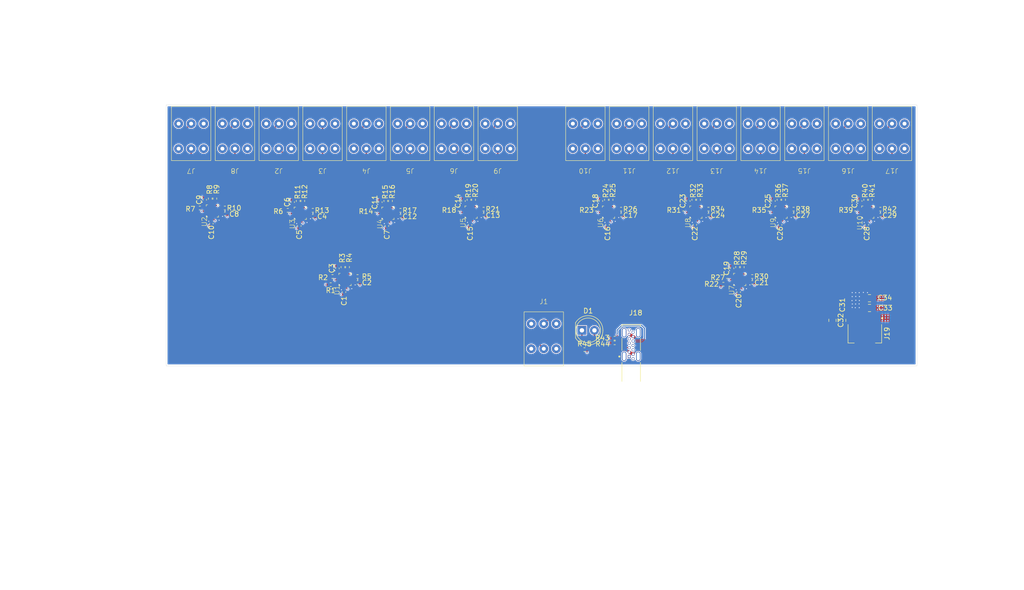
<source format=kicad_pcb>
(kicad_pcb (version 20241229) (generator "pcbnew") (generator_version "9.0")
  (title_block (title "16 Channels Clock Buffer") (date "2025-01-09") (rev "REV 0") (company "TU Darmstadt") (comment 1 "Author: Dr. Alexandru Enciu") (comment 4 "AISLER Project ID: RAZHSHPA"))
  (layers (0 "F.Cu" signal) (4 "In1.Cu" signal) (6 "In2.Cu" signal) (2 "B.Cu" signal) (13 "F.Paste" user) (15 "B.Paste" user) (5 "F.SilkS" user "F.Silkscreen") (7 "B.SilkS" user "B.Silkscreen") (1 "F.Mask" user) (3 "B.Mask" user) (25 "Edge.Cuts" user))
  (net 0 "")
  (net 1 "GND")
  (net 2 "+3.3V")
  (net 3 "Net-(U1-CLK_OUT1)")
  (net 4 "Net-(U1-CLK_OUT2)")
  (net 5 "Net-(U1-CLK_OUT3)")
  (net 6 "Net-(U1-CLK_OUT4)")
  (net 7 "Net-(U2-CLK_OUT1)")
  (net 8 "Net-(U2-CLK_OUT2)")
  (net 9 "Net-(U2-CLK_OUT3)")
  (net 10 "Net-(U2-CLK_OUT4)")
  (net 11 "Net-(U3-CLK_OUT1)")
  (net 12 "Net-(U3-CLK_OUT2)")
  (net 13 "Net-(U3-CLK_OUT3)")
  (net 14 "Net-(U3-CLK_OUT4)")
  (net 15 "Net-(U4-CLK_OUT1)")
  (net 16 "Net-(U4-CLK_OUT2)")
  (net 17 "Net-(U4-CLK_OUT3)")
  (net 18 "Net-(U4-CLK_OUT4)")
  (net 19 "Net-(U5-CLK_OUT1)")
  (net 20 "Net-(U5-CLK_OUT2)")
  (net 21 "Net-(U5-CLK_OUT3)")
  (net 22 "Net-(U5-CLK_OUT4)")
  (net 23 "Net-(U6-CLK_OUT1)")
  (net 24 "Net-(U6-CLK_OUT2)")
  (net 25 "Net-(U6-CLK_OUT3)")
  (net 26 "Net-(U6-CLK_OUT4)")
  (net 27 "Net-(U7-CLK_OUT1)")
  (net 28 "Net-(U7-CLK_OUT2)")
  (net 29 "Net-(U7-CLK_OUT3)")
  (net 30 "Net-(U7-CLK_OUT4)")
  (net 31 "Net-(U8-CLK_OUT1)")
  (net 32 "Net-(U8-CLK_OUT2)")
  (net 33 "Net-(U8-CLK_OUT3)")
  (net 34 "Net-(U8-CLK_OUT4)")
  (net 35 "Net-(U9-CLK_OUT1)")
  (net 36 "Net-(U9-CLK_OUT2)")
  (net 37 "Net-(U9-CLK_OUT3)")
  (net 38 "Net-(U9-CLK_OUT4)")
  (net 39 "Net-(U10-CLK_OUT1)")
  (net 40 "Net-(U10-CLK_OUT2)")
  (net 41 "Net-(U10-CLK_OUT3)")
  (net 42 "Net-(U10-CLK_OUT4)")
  (net 43 "/Heimtime")
  (net 44 "/MasterTrigger")
  (net 45 "/Heimtime_B/ClK_Out2")
  (net 46 "/Heimtime_B/ClK_Out1")
  (net 47 "/Heimtime_B/ClK_Out3")
  (net 48 "/Heimtime_B/ClK_Out4")
  (net 49 "/Heimtime_C/ClK_Out2")
  (net 50 "/Heimtime_C/ClK_Out1")
  (net 51 "/Heimtime_C/ClK_Out3")
  (net 52 "/Heimtime_C/ClK_Out4")
  (net 53 "/Heimtime_D/ClK_Out1")
  (net 54 "/Heimtime_D/ClK_Out2")
  (net 55 "/Heimtime_A/ClK_Out2")
  (net 56 "/Heimtime_A/ClK_Out1")
  (net 57 "/Heimtime_A/ClK_Out4")
  (net 58 "/Heimtime_A/ClK_Out3")
  (net 59 "/Heimtime_D/ClK_Out4")
  (net 60 "/Heimtime_D/ClK_Out3")
  (net 61 "/MasterTrigger_A/ClK_Out1")
  (net 62 "/MasterTrigger_A/ClK_Out2")
  (net 63 "/MasterTrigger_A/ClK_Out4")
  (net 64 "/MasterTrigger_A/ClK_Out3")
  (net 65 "/MasterTrigger_B/ClK_Out1")
  (net 66 "/MasterTrigger_B/ClK_Out2")
  (net 67 "/MasterTrigger_B/ClK_Out4")
  (net 68 "/MasterTrigger_B/ClK_Out3")
  (net 69 "/MasterTrigger_C/ClK_Out1")
  (net 70 "/MasterTrigger_C/ClK_Out2")
  (net 71 "/MasterTrigger_C/ClK_Out3")
  (net 72 "/MasterTrigger_C/ClK_Out4")
  (net 73 "/MasterTrigger_D/ClK_Out1")
  (net 74 "/MasterTrigger_D/ClK_Out2")
  (net 75 "/MasterTrigger_D/ClK_Out4")
  (net 76 "/MasterTrigger_D/ClK_Out3")
  (net 77 "/Heimtime/ClK_Out1")
  (net 78 "/Heimtime/ClK_Out2")
  (net 79 "/Heimtime/ClK_Out3")
  (net 80 "/Heimtime/ClK_Out4")
  (net 81 "/MasterTrigger/ClK_Out1")
  (net 82 "/MasterTrigger/ClK_Out2")
  (net 83 "/MasterTrigger/ClK_Out3")
  (net 84 "/MasterTrigger/ClK_Out4")
  (net 85 "/Heimtime/Signaling")
  (net 86 "/Heimtime_A/Signaling")
  (net 87 "/Heimtime_B/Signaling")
  (net 88 "/Heimtime_C/Signaling")
  (net 89 "/Heimtime_D/Signaling")
  (net 90 "/MasterTrigger_A/Signaling")
  (net 91 "/MasterTrigger/Signaling")
  (net 92 "/MasterTrigger_B/Signaling")
  (net 93 "/MasterTrigger_C/Signaling")
  (net 94 "/MasterTrigger_D/Signaling")
  (net 95 "+5V")
  (net 99 "Net-(J18-CC2)")
  (net 104 "Net-(J18-CC1)")
  (net 106 "Net-(D1-K)")
  (footprint "Capacitor_SMD:C_0402_1005Metric" (layer "F.Cu") (at 129.11 65.53 -90)
    (property "Reference" "C14")
    (property "Value" "10nF")
  )
  (footprint "Capacitor_SMD:C_0402_1005Metric" (layer "F.Cu") (at 183.63 79.21 -90)
    (property "Reference" "C19")
    (property "Value" "10nF")
  )
  (footprint "Resistor_SMD:R_0402_1005Metric" (layer "F.Cu") (at 107.615 80.875001)
    (property "Reference" "R5")
    (property "Value" "33")
  )
  (footprint "Capacitor_SMD:C_0402_1005Metric" (layer "F.Cu") (at 209.6275 65.53 -90)
    (property "Reference" "C30")
    (property "Value" "10nF")
  )
  (footprint "Resistor_SMD:R_0402_1005Metric" (layer "F.Cu") (at 159.065 65.29 90)
    (property "Reference" "R25")
    (property "Value" "33")
  )
  (footprint "Resistor_SMD:R_0402_1005Metric" (layer "F.Cu") (at 93.455 67.433096 180)
    (property "Reference" "R6")
    (property "Value" "33")
  )
  (footprint "0_lib:LEMO-EPY.00.250.NTN" (layer "F.Cu") (at 216.08 54.91 180)
    (property "Reference" "J17")
    (property "Value" "epy_00_250_ntn")
  )
  (footprint "0_lib:5PB1214CMGK8" (layer "F.Cu") (at 130.655 67.795 90)
    (property "Reference" "U5")
    (property "Value" "5PB1214CMGK8" (hide yes))
  )
  (footprint "Capacitor_SMD:C_0402_1005Metric" (layer "F.Cu") (at 196.115 68.395 180)
    (property "Reference" "C27")
    (property "Value" "10nF")
  )
  (footprint "Resistor_SMD:R_0402_1005Metric" (layer "F.Cu") (at 178.83 67.195)
    (property "Reference" "R34")
    (property "Value" "33")
  )
  (footprint "Capacitor_SMD:C_0402_1005Metric" (layer "F.Cu") (at 213.7175 68.395 180)
    (property "Reference" "C29")
    (property "Value" "10nF")
  )
  (footprint "LED_THT:LED_D5.0mm" (layer "F.Cu") (at 153.15 91.81)
    (property "Reference" "D1")
    (property "Value" "LED")
  )
  (footprint "Resistor_SMD:R_0402_1005Metric" (layer "F.Cu") (at 159.8 93.41 180)
    (property "Reference" "R43")
    (property "Value" "5k1")
  )
  (footprint "Capacitor_SMD:C_0402_1005Metric" (layer "F.Cu") (at 116.325 68.633096 180)
    (property "Reference" "C12")
    (property "Value" "10nF")
  )
  (footprint "Resistor_SMD:R_0402_1005Metric" (layer "F.Cu") (at 113.355 65.528096 90)
    (property "Reference" "R15")
    (property "Value" "33")
  )
  (footprint "Resistor_SMD:R_0402_1005Metric" (layer "F.Cu") (at 130.23 65.29 90)
    (property "Reference" "R19")
    (property "Value" "33")
  )
  (footprint "0_lib:LEMO-EPY.00.250.NTN" (layer "F.Cu") (at 189.41 54.91 180)
    (property "Reference" "J14")
    (property "Value" "epy_00_250_ntn")
  )
  (footprint "Resistor_SMD:R_0402_1005Metric" (layer "F.Cu") (at 185.69 78.97 90)
    (property "Reference" "R29")
    (property "Value" "33")
  )
  (footprint "0_lib:5PB1214CMGK8" (layer "F.Cu") (at 78.145 67.556905 90)
    (property "Reference" "U2")
    (property "Value" "5PB1214CMGK8" (hide yes))
  )
  (footprint "0_lib:5PB1214CMGK8" (layer "F.Cu") (at 211.1725 67.795 90)
    (property "Reference" "U10")
    (property "Value" "5PB1214CMGK8" (hide yes))
  )
  (footprint "0_lib:LEMO-EPY.00.250.NTN" (layer "F.Cu") (at 180.52 54.91 180)
    (property "Reference" "J13")
    (property "Value" "epy_00_250_ntn")
  )
  (footprint "Capacitor_SMD:C_0402_1005Metric" (layer "F.Cu") (at 98.535 68.633096 180)
    (property "Reference" "C4")
    (property "Value" "10nF")
  )
  (footprint "Resistor_SMD:R_0402_1005Metric" (layer "F.Cu") (at 102.17 82.53 180)
    (property "Reference" "R1")
    (property "Value" "10k")
  )
  (footprint "0_lib:LEMO-EPY.00.250.NTN" (layer "F.Cu") (at 153.85 54.91 180)
    (property "Reference" "J10")
    (property "Value" "epy_00_250_ntn")
  )
  (footprint "Resistor_SMD:R_0402_1005Metric" (layer "F.Cu") (at 182.64 80.875 180)
    (property "Reference" "R27")
    (property "Value" "33")
  )
  (footprint "Resistor_SMD:R_0402_1005Metric" (layer "F.Cu") (at 158.125 65.29 90)
    (property "Reference" "R24")
    (property "Value" "33")
  )
  (footprint "Resistor_SMD:R_0402_1005Metric" (layer "F.Cu") (at 159.8 94.35 180)
    (property "Reference" "R44")
    (property "Value" "5k1")
  )
  (footprint "Capacitor_SMD:C_0402_1005Metric" (layer "F.Cu") (at 94.445 65.768096 -90)
    (property "Reference" "C6")
    (property "Value" "10nF")
  )
  (footprint "Capacitor_SMD:C_0402_1005Metric" (layer "F.Cu") (at 178.83 68.395 180)
    (property "Reference" "C24")
    (property "Value" "10nF")
  )
  (footprint "Resistor_SMD:R_0402_1005Metric" (layer "F.Cu") (at 78.66 65.051905 90)
    (property "Reference" "R9")
    (property "Value" "33")
  )
  (footprint "Resistor_SMD:R_0402_1005Metric" (layer "F.Cu") (at 181.86 82.44 180)
    (property "Reference" "R22")
    (property "Value" "10k")
  )
  (footprint "Resistor_SMD:R_0402_1005Metric" (layer "F.Cu") (at 193.145 65.29 90)
    (property "Reference" "R36")
    (property "Value" "33")
  )
  (footprint "Resistor_SMD:R_0402_1005Metric" (layer "F.Cu") (at 208.6375 67.195 180)
    (property "Reference" "R39")
    (property "Value" "33")
  )
  (footprint "Capacitor_SMD:C_0402_1005Metric" (layer "F.Cu") (at 158.345 70.37 90)
    (property "Reference" "C16")
    (property "Value" "10nF")
  )
  (footprint "Capacitor_SMD:C_0402_1005Metric" (layer "F.Cu") (at 176.08 70.37 90)
    (property "Reference" "C22")
    (property "Value" "10nF")
  )
  (footprint "Resistor_SMD:R_0402_1005Metric" (layer "F.Cu") (at 213.7175 67.195)
    (property "Reference" "R42")
    (property "Value" "33")
  )
  (footprint "Capacitor_SMD:C_0402_1005Metric" (layer "F.Cu") (at 161.095 68.395 180)
    (property "Reference" "C17")
    (property "Value" "10nF")
  )
  (footprint "0_lib:LEMO-EPY.00.250.NTN" (layer "F.Cu") (at 118.29 54.91 180)
    (property "Reference" "J5")
    (property "Value" "epy_00_250_ntn")
  )
  (footprint "Capacitor_SMD:C_0402_1005Metric" (layer "F.Cu") (at 193.365 70.37 90)
    (property "Reference" "C26")
    (property "Value" "10nF")
  )
  (footprint "Capacitor_SMD:C_0402_1005Metric" (layer "F.Cu") (at 174.74 65.53 -90)
    (property "Reference" "C23")
    (property "Value" "10nF")
  )
  (footprint "Resistor_SMD:R_0402_1005Metric" (layer "F.Cu") (at 75.61 66.956905 180)
    (property "Reference" "R7")
    (property "Value" "33")
  )
  (footprint "0_lib:LEMO-EPY.00.250.NTN" (layer "F.Cu") (at 100.51 54.91 180)
    (property "Reference" "J3")
    (property "Value" "epy_00_250_ntn")
  )
  (footprint "Capacitor_SMD:C_0402_1005Metric" (layer "F.Cu") (at 133.2 68.395 180)
    (property "Reference" "C13")
    (property "Value" "10nF")
  )
  (footprint "Resistor_SMD:R_0402_1005Metric" (layer "F.Cu") (at 153.68 95.73)
    (property "Reference" "R45")
    (property "Value" "5k1")
  )
  (footprint "Resistor_SMD:R_0402_1005Metric" (layer "F.Cu") (at 211.6875 65.29 90)
    (property "Reference" "R41")
    (property "Value" "33")
  )
  (footprint "Resistor_SMD:R_0402_1005Metric" (layer "F.Cu") (at 116.325 67.433096)
    (property "Reference" "R17")
    (property "Value" "33")
  )
  (footprint "0_lib:5PB1214CMGK8" (layer "F.Cu") (at 185.175 81.475 90)
    (property "Reference" "U7")
    (property "Value" "5PB1214CMGK8" (hide yes))
  )
  (footprint "Resistor_SMD:R_0402_1005Metric" (layer "F.Cu") (at 176.8 65.29 90)
    (property "Reference" "R33")
    (property "Value" "33")
  )
  (footprint "0_lib:LEMO-EPY.00.250.NTN" (layer "F.Cu") (at 73.84 54.91 180)
    (property "Reference" "J7")
    (property "Value" "epy_00_250_ntn")
  )
  (footprint "Capacitor_SMD:C_0805_2012Metric" (layer "F.Cu") (at 204 89.78 -90)
    (property "Reference" "C32")
    (property "Value" "C_Small")
  )
  (footprint "Capacitor_SMD:C_0805_2012Metric" (layer "F.Cu") (at 211.51 85.28)
    (property "Reference" "C34")
    (property "Value" "C_Small")
  )
  (footprint "0_lib:LEMO-EPY.00.250.NTN" (layer "F.Cu") (at 207.19 54.91 180)
    (property "Reference" "J16")
    (property "Value" "epy_00_250_ntn")
  )
  (footprint "Resistor_SMD:R_0402_1005Metric" (layer "F.Cu") (at 161.095 67.195)
    (property "Reference" "R26")
    (property "Value" "33")
  )
  (footprint "0_lib:LEMO-EPY.00.250.NTN" (layer "F.Cu") (at 198.3 54.91 180)
    (property "Reference" "J15")
    (property "Value" "epy_00_250_ntn")
  )
  (footprint "Capacitor_SMD:C_0402_1005Metric" (layer "F.Cu") (at 104.865 84.050001 90)
    (property "Reference" "C1")
    (property "Value" "10nF")
  )
  (footprint "Capacitor_SMD:C_0402_1005Metric" (layer "F.Cu") (at 103.525 79.210001 -90)
    (property "Reference" "C3")
    (property "Value" "10nF")
  )
  (footprint "Resistor_SMD:R_0402_1005Metric" (layer "F.Cu") (at 191.035 67.195 180)
    (property "Reference" "R35")
    (property "Value" "33")
  )
  (footprint "Resistor_SMD:R_0402_1005Metric" (layer "F.Cu") (at 102.535 80.875001 180)
    (property "Reference" "R2")
    (property "Value" "33")
  )
  (footprint "Capacitor_SMD:C_0402_1005Metric" (layer "F.Cu") (at 192.025 65.53 -90)
    (property "Reference" "C25")
    (property "Value" "10nF")
  )
  (footprint "Capacitor_SMD:C_0402_1005Metric" (layer "F.Cu") (at 130.45 70.37 90)
    (property "Reference" "C15")
    (property "Value" "10nF")
  )
  (footprint "0_lib:LEMO-EPY.00.250.NTN" (layer "F.Cu") (at 145.41 90.47)
    (property "Reference" "J1")
    (property "Value" "epy_00_250_ntn")
  )
  (footprint "Capacitor_SMD:C_0402_1005Metric" (layer "F.Cu") (at 210.9675 70.37 90)
    (property "Reference" "C28")
    (property "Value" "10nF")
  )
  (footprint "Resistor_SMD:R_0402_1005Metric" (layer "F.Cu") (at 98.535 67.433096)
    (property "Reference" "R13")
    (property "Value" "33")
  )
  (footprint "Capacitor_SMD:C_0402_1005Metric" (layer "F.Cu") (at 107.615 82.075001 180)
    (property "Reference" "C2")
    (property "Value" "10nF")
  )
  (footprint "Resistor_SMD:R_0402_1005Metric" (layer "F.Cu") (at 77.72 65.051905 90)
    (property "Reference" "R8")
    (property "Value" "33")
  )
  (footprint "0_lib:LEMO-EPY.00.250.NTN" (layer "F.Cu") (at 171.63 54.91 180)
    (property "Reference" "J12")
    (property "Value" "epy_00_250_ntn")
  )
  (footprint "0_lib:LEMO-EPY.00.250.NTN" (layer "F.Cu") (at 162.74 54.91 180)
    (property "Reference" "J11")
    (property "Value" "epy_00_250_ntn")
  )
  (footprint "Resistor_SMD:R_0402_1005Metric" (layer "F.Cu") (at 105.585 78.970001 90)
    (property "Reference" "R4")
    (property "Value" "33")
  )
  (footprint "Capacitor_SMD:C_0402_1005Metric" (layer "F.Cu") (at 187.72 82.075 180)
    (property "Reference" "C21")
    (property "Value" "10nF")
  )
  (footprint "Resistor_SMD:R_0402_1005Metric" (layer "F.Cu") (at 187.72 80.875)
    (property "Reference" "R30")
    (property "Value" "33")
  )
  (footprint "Resistor_SMD:R_0402_1005Metric" (layer "F.Cu") (at 173.75 67.195 180)
    (property "Reference" "R31")
    (property "Value" "33")
  )
  (footprint "Resistor_SMD:R_0402_1005Metric" (layer "F.Cu") (at 114.295 65.528096 90)
    (property "Reference" "R16")
    (property "Value" "33")
  )
  (footprint "0_lib:LEMO-EPY.00.250.NTN" (layer "F.Cu") (at 91.62 54.91 180)
    (property "Reference" "J2")
    (property "Value" "epy_00_250_ntn")
  )
  (footprint "Capacitor_SMD:C_0402_1005Metric" (layer "F.Cu") (at 184.97 84.05 90)
    (property "Reference" "C20")
    (property "Value" "10nF")
  )
  (footprint "0_lib:LEMO-EPY.00.250.NTN" (layer "F.Cu") (at 109.4 54.91 180)
    (property "Reference" "J4")
    (property "Value" "epy_00_250_ntn")
  )
  (footprint "0_lib:5PB1214CMGK8" (layer "F.Cu") (at 95.99 68.033096 90)
    (property "Reference" "U3")
    (property "Value" "5PB1214CMGK8" (hide yes))
  )
  (footprint "Resistor_SMD:R_0402_1005Metric" (layer "F.Cu") (at 128.12 67.195 180)
    (property "Reference" "R18")
    (property "Value" "33")
  )
  (footprint "Resistor_SMD:R_0402_1005Metric" (layer "F.Cu") (at 210.7475 65.29 90)
    (property "Reference" "R40")
    (property "Value" "33")
  )
  (footprint "0_lib:SAMESKY_UJ20-C-R-G-TH-P14" (layer "F.Cu") (at 163.15 97.93)
    (property "Reference" "J18")
    (property "Value" "UJ20-C-R-G-TH-P14")
  )
  (footprint "Resistor_SMD:R_0402_1005Metric" (layer "F.Cu") (at 184.75 78.97 90)
    (property "Reference" "R28")
    (property "Value" "33")
  )
  (footprint "0_lib:5PB1214CMGK8" (layer "F.Cu") (at 158.55 67.795 90)
    (property "Reference" "U6")
    (property "Value" "5PB1214CMGK8" (hide yes))
  )
  (footprint "Capacitor_SMD:C_0402_1005Metric" (layer "F.Cu") (at 112.235 65.768096 -90)
    (property "Reference" "C11")
    (property "Value" "10nF")
  )
  (footprint "0_lib:LEMO-EPY.00.250.NTN" (layer "F.Cu") (at 82.73 54.91 180)
    (property "Reference" "J8")
    (property "Value" "epy_00_250_ntn")
  )
  (footprint "0_lib:5PB1214CMGK8" (layer "F.Cu") (at 193.57 67.795 90)
    (property "Reference" "U9")
    (property "Value" "5PB1214CMGK8" (hide yes))
  )
  (footprint "0_lib:5PB1214CMGK8" (layer "F.Cu") (at 113.78 68.033096 90)
    (property "Reference" "U4")
    (property "Value" "5PB1214CMGK8" (hide yes))
  )
  (footprint "Resistor_SMD:R_0402_1005Metric" (layer "F.Cu") (at 175.86 65.29 90)
    (property "Reference" "R32")
    (property "Value" "33")
  )
  (footprint "Resistor_SMD:R_0402_1005Metric" (layer "F.Cu") (at 194.085 65.29 90)
    (property "Reference" "R37")
    (property "Value" "33")
  )
  (footprint "Resistor_SMD:R_0402_1005Metric" (layer "F.Cu") (at 104.645 78.970001 90)
    (property "Reference" "R3")
    (property "Value" "33")
  )
  (footprint "Capacitor_SMD:C_0402_1005Metric" (layer "F.Cu") (at 157.005 65.53 -90)
    (property "Reference" "C18")
    (property "Value" "10nF")
  )
  (footprint "0_lib:5PB1214CMGK8" (layer "F.Cu") (at 105.07 81.475001 90)
    (property "Reference" "U1")
    (property "Value" "5PB1214CMGK8" (hide yes))
  )
  (footprint "Resistor_SMD:R_0402_1005Metric" (layer "F.Cu") (at 95.565 65.528096 90)
    (property "Reference" "R11")
    (property "Value" "33")
  )
  (footprint "Resistor_SMD:R_0402_1005Metric" (layer "F.Cu") (at 156.015 67.195 180)
    (property "Reference" "R23")
    (property "Value" "33")
  )
  (footprint "0_lib:LEMO-EPY.00.250.NTN" (layer "F.Cu") (at 127.18 54.91 180)
    (property "Reference" "J6")
    (property "Value" "epy_00_250_ntn")
  )
  (footprint "Capacitor_SMD:C_0805_2012Metric" (layer "F.Cu") (at 211.52 87.27)
    (property "Reference" "C33")
    (property "Value" "C_Small")
  )
  (footprint "Capacitor_SMD:C_0402_1005Metric" (layer "F.Cu") (at 77.94 70.131905 90)
    (property "Reference" "C10")
    (property "Value" "10nF")
  )
  (footprint "Package_TO_SOT_SMD:SOT-223" (layer "F.Cu") (at 210.5725 92.47 -90)
    (property "Reference" "J19")
    (property "Value" "NCP1117LPST33T3G")
  )
  (footprint "Resistor_SMD:R_0402_1005Metric" (layer "F.Cu") (at 80.69 66.956905)
    (property "Reference" "R10")
    (property "Value" "33")
  )
  (footprint "Resistor_SMD:R_0402_1005Metric" (layer "F.Cu") (at 196.115 67.195)
    (property "Reference" "R38")
    (property "Value" "33")
  )
  (footprint "Capacitor_SMD:C_0805_2012Metric" (layer "F.Cu") (at 205.98 89.77 -90)
    (property "Reference" "C31")
    (property "Value" "C_Small")
  )
  (footprint "0_lib:LEMO-EPY.00.250.NTN" (layer "F.Cu") (at 136.07 54.91 180)
    (property "Reference" "J9")
    (property "Value" "epy_00_250_ntn")
  )
  (footprint "Capacitor_SMD:C_0402_1005Metric" (layer "F.Cu") (at 113.575 70.608096 90)
    (property "Reference" "C7")
    (property "Value" "10nF")
  )
  (footprint "0_lib:5PB1214CMGK8" (layer "F.Cu") (at 176.285 67.795 90)
    (property "Reference" "U8")
    (property "Value" "5PB1214CMGK8" (hide yes))
  )
  (footprint "Resistor_SMD:R_0402_1005Metric" (layer "F.Cu") (at 131.17 65.29 90)
    (property "Reference" "R20")
    (property "Value" "33")
  )
  (footprint "Capacitor_SMD:C_0402_1005Metric" (layer "F.Cu") (at 95.785 70.608096 90)
    (property "Reference" "C5")
    (property "Value" "10nF")
  )
  (footprint "Resistor_SMD:R_0402_1005Metric" (layer "F.Cu") (at 133.2 67.195)
    (property "Reference" "R21")
    (property "Value" "33")
  )
  (footprint "Resistor_SMD:R_0402_1005Metric" (layer "F.Cu") (at 96.505 65.528096 90)
    (property "Reference" "R12")
    (property "Value" "33")
  )
  (footprint "Resistor_SMD:R_0402_1005Metric" (layer "F.Cu") (at 111.245 67.433096 180)
    (property "Reference" "R14")
    (property "Value" "33")
  )
  (footprint "Capacitor_SMD:C_0402_1005Metric" (layer "F.Cu") (at 80.69 68.156905 180)
    (property "Reference" "C8")
    (property "Value" "10nF")
  )
  (footprint "Capacitor_SMD:C_0402_1005Metric" (layer "F.Cu") (at 76.6 65.291905 -90)
    (property "Reference" "C9")
    (property "Value" "10nF")
  )
  (gr_line (start 162.76 96.22) (end 163.541 96.68) (stroke (width 0.6)) (layer "F.Cu") (net 95))
  (gr_rect (start 212.93 88.65) (end 215.48 89.97) (stroke (width 0.2)) (fill yes) (layer "F.Cu") (net 1))
  (gr_rect (start 212.48 86.82) (end 214.32 87.71) (stroke (width 0.2)) (fill yes) (layer "F.Cu") (net 1))
  (gr_rect (start 212.55 84.84) (end 214.39 85.73) (stroke (width 0.2)) (fill yes) (layer "F.Cu") (net 1))
  (gr_line (start 162.76 92.62) (end 163.55 93.07) (stroke (width 0.6)) (layer "F.Cu") (net 95))
  (gr_rect (start 164.18 93.63) (end 165.84 95.89) (stroke (width 0.2)) (fill yes) (layer "F.Cu") (net 95))
  (gr_rect (start 68.76 46.02) (end 221.16 99.02) (stroke (width 0.05)) (fill no) (layer "Edge.Cuts"))
  (segment (start 177.35 66.67) (end 177.36 66.68) (width 0.2) (layer "F.Cu") (net 1))
  (segment (start 159.15 66.67) (end 159.615 66.67) (width 0.2) (layer "F.Cu") (net 1))
  (segment (start 128.57 67.865) (end 128.829628 67.865) (width 0.2) (layer "F.Cu") (net 1))
  (segment (start 129.11 65.05) (end 128.59 65.05) (width 0.4) (layer "F.Cu") (net 1))
  (segment (start 113.575 71.088096) (end 113.055 71.088096) (width 0.4) (layer "F.Cu") (net 1))
  (segment (start 158.76 94.35) (end 158.75 94.36) (width 0.1) (layer "F.Cu") (net 1))
  (segment (start 194.17 66.67) (end 194.635 66.67) (width 0.2) (layer "F.Cu") (net 1))
  (segment (start 78.673419 69.518486) (end 78.345 69.190067) (width 0.2) (layer "F.Cu") (net 1))
  (segment (start 131.183419 69.756581) (end 130.855 69.428162) (width 0.2) (layer "F.Cu") (net 1))
  (segment (start 174.729628 67.595) (end 175.16 67.595) (width 0.2) (layer "F.Cu") (net 1))
  (segment (start 128.829628 67.865) (end 129.099628 67.595) (width 0.2) (layer "F.Cu") (net 1))
  (segment (start 174.2 67.865) (end 174.459628 67.865) (width 0.2) (layer "F.Cu") (net 1))
  (segment (start 102.985 81.545001) (end 103.018604 81.578605) (width 0.2) (layer "F.Cu") (net 1))
  (segment (start 94.164628 68.103096) (end 94.434628 67.833096) (width 0.2) (layer "F.Cu") (net 1))
  (segment (start 96.19 69.666258) (end 96.19 69.158096) (width 0.2) (layer "F.Cu") (net 1))
  (segment (start 156.465 67.865) (end 156.498604 67.898604) (width 0.2) (layer "F.Cu") (net 1))
  (segment (start 184.97 84.53) (end 184.45 84.53) (width 0.4) (layer "F.Cu") (net 1))
  (segment (start 183.09 81.545) (end 183.123604 81.578604) (width 0.2) (layer "F.Cu") (net 1))
  (segment (start 157.005 65.05) (end 156.485 65.05) (width 0.4) (layer "F.Cu") (net 1))
  (segment (start 158.75 69.428162) (end 158.75 68.92) (width 0.2) (layer "F.Cu") (net 1))
  (segment (start 130.45 70.85) (end 129.93 70.85) (width 0.4) (layer "F.Cu") (net 1))
  (segment (start 95.785 71.088096) (end 95.265 71.088096) (width 0.4) (layer "F.Cu") (net 1))
  (segment (start 158.345 70.85) (end 157.825 70.85) (width 0.4) (layer "F.Cu") (net 1))
  (segment (start 76.06 67.626905) (end 76.093604 67.660509) (width 0.2) (layer "F.Cu") (net 1))
  (segment (start 96.518419 69.994677) (end 96.19 69.666258) (width 0.2) (layer "F.Cu") (net 1))
  (segment (start 183.63 78.73) (end 183.11 78.73) (width 0.4) (layer "F.Cu") (net 1))
  (segment (start 94.434628 67.833096) (end 94.865 67.833096) (width 0.2) (layer "F.Cu") (net 1))
  (segment (start 209.6275 65.05) (end 209.1075 65.05) (width 0.4) (layer "F.Cu") (net 1))
  (segment (start 154.19 96.28) (end 154.2 96.29) (width 0.245) (layer "F.Cu") (net 1))
  (segment (start 194.098419 69.756581) (end 193.77 69.428162) (width 0.2) (layer "F.Cu") (net 1))
  (segment (start 101.66 82.53) (end 101.18 82.53) (width 0.4) (layer "F.Cu") (net 1))
  (segment (start 193.77 69.428162) (end 193.77 68.92) (width 0.2) (layer "F.Cu") (net 1))
  (segment (start 214.1975 68.395) (end 214.1975 68.91) (width 0.4) (layer "F.Cu") (net 1))
  (segment (start 176.885 66.67) (end 177.35 66.67) (width 0.2) (layer "F.Cu") (net 1))
  (segment (start 209.617128 67.595) (end 210.0475 67.595) (width 0.2) (layer "F.Cu") (net 1))
  (segment (start 159.29 93.41) (end 158.79 93.41) (width 0.5) (layer "F.Cu") (net 1))
  (segment (start 108.095 82.075001) (end 108.095 82.590001) (width 0.4) (layer "F.Cu") (net 1))
  (segment (start 192.025 65.05) (end 191.505 65.05) (width 0.4) (layer "F.Cu") (net 1))
  (segment (start 188.2 82.075) (end 188.2 82.59) (width 0.4) (layer "F.Cu") (net 1))
  (segment (start 114.845 66.908096) (end 114.855 66.918096) (width 0.2) (layer "F.Cu") (net 1))
  (segment (start 196.595 68.395) (end 196.595 68.91) (width 0.4) (layer "F.Cu") (net 1))
  (segment (start 183.349628 81.545) (end 183.619628 81.275) (width 0.2) (layer "F.Cu") (net 1))
  (segment (start 211.700919 69.756581) (end 211.3725 69.428162) (width 0.2) (layer "F.Cu") (net 1))
  (segment (start 174.459628 67.865) (end 174.729628 67.595) (width 0.2) (layer "F.Cu") (net 1))
  (segment (start 76.6 64.811905) (end 76.08 64.811905) (width 0.4) (layer "F.Cu") (net 1))
  (segment (start 174.2 67.865) (end 174.233604 67.898604) (width 0.2) (layer "F.Cu") (net 1))
  (segment (start 181.35 82.44) (end 181.35 83.01) (width 0.4) (layer "F.Cu") (net 1))
  (segment (start 183.09 81.545) (end 183.349628 81.545) (width 0.2) (layer "F.Cu") (net 1))
  (segment (start 99.015 68.633096) (end 99.015 69.148096) (width 0.4) (layer "F.Cu") (net 1))
  (segment (start 211.3725 69.428162) (end 211.3725 68.92) (width 0.2) (layer "F.Cu") (net 1))
  (segment (start 103.018604 81.578605) (end 103.211024 81.578605) (width 0.2) (layer "F.Cu") (net 1))
  (segment (start 176.485 69.428162) (end 176.485 68.92) (width 0.2) (layer "F.Cu") (net 1))
  (segment (start 78.745 66.431905) (end 79.21 66.431905) (width 0.2) (layer "F.Cu") (net 1))
  (segment (start 209.347128 67.865) (end 209.617128 67.595) (width 0.2) (layer "F.Cu") (net 1))
  (segment (start 104.865 84.530001) (end 104.345 84.530001) (width 0.4) (layer "F.Cu") (net 1))
  (segment (start 105.598419 83.436582) (end 105.27 83.108163) (width 0.2) (layer "F.Cu") (net 1))
  (segment (start 97.055 66.908096) (end 97.065 66.918096) (width 0.2) (layer "F.Cu") (net 1))
  (segment (start 159.29 94.35) (end 158.76 94.35) (width 0.5) (layer "F.Cu") (net 1))
  (segment (start 159.078419 69.756581) (end 158.75 69.428162) (width 0.2) (layer "F.Cu") (net 1))
  (segment (start 193.365 70.85) (end 192.845 70.85) (width 0.4) (layer "F.Cu") (net 1))
  (segment (start 179.31 68.395) (end 179.31 68.91) (width 0.4) (layer "F.Cu") (net 1))
  (segment (start 176.813419 69.756581) (end 176.485 69.428162) (width 0.2) (layer "F.Cu") (net 1))
  (segment (start 131.72 66.67) (end 131.73 66.68) (width 0.2) (layer "F.Cu") (net 1))
  (segment (start 103.211024 81.578605) (end 103.514628 81.275001) (width 0.2) (layer "F.Cu") (net 1))
  (segment (start 131.255 66.67) (end 131.72 66.67) (width 0.2) (layer "F.Cu") (net 1))
  (segment (start 96.59 66.908096) (end 97.055 66.908096) (width 0.2) (layer "F.Cu") (net 1))
  (segment (start 103.525 78.730001) (end 103.005 78.730001) (width 0.4) (layer "F.Cu") (net 1))
  (segment (start 77.94 70.611905) (end 77.42 70.611905) (width 0.4) (layer "F.Cu") (net 1))
  (segment (start 113.98 69.666258) (end 113.98 69.158096) (width 0.2) (layer "F.Cu") (net 1))
  (segment (start 93.905 68.103096) (end 94.164628 68.103096) (width 0.2) (layer "F.Cu") (net 1))
  (segment (start 105.27 83.108163) (end 105.27 82.600001) (width 0.2) (layer "F.Cu") (net 1))
  (segment (start 191.744628 67.865) (end 192.014628 67.595) (width 0.2) (layer "F.Cu") (net 1))
  (segment (start 209.0875 67.865) (end 209.121104 67.898604) (width 0.2) (layer "F.Cu") (net 1))
  (segment (start 183.619628 81.275) (end 184.05 81.275) (width 0.2) (layer "F.Cu") (net 1))
  (segment (start 194.635 66.67) (end 194.645 66.68) (width 0.2) (layer "F.Cu") (net 1))
  (segment (start 128.57 67.865) (end 128.603604 67.898604) (width 0.2) (layer "F.Cu") (net 1))
  (segment (start 185.775 80.35) (end 186.24 80.35) (width 0.2) (layer "F.Cu") (net 1))
  (segment (start 185.375 83.108162) (end 185.375 82.6) (width 0.2) (layer "F.Cu") (net 1))
  (segment (start 159.615 66.67) (end 159.625 66.68) (width 0.2) (layer "F.Cu") (net 1))
  (segment (start 156.994628 67.595) (end 157.425 67.595) (width 0.2) (layer "F.Cu") (net 1))
  (segment (start 78.345 69.190067) (end 78.345 68.681905) (width 0.2) (layer "F.Cu") (net 1))
  (segment (start 111.695 68.103096) (end 111.954628 68.103096) (width 0.2) (layer "F.Cu") (net 1))
  (segment (start 176.08 70.85) (end 175.56 70.85) (width 0.4) (layer "F.Cu") (net 1))
  (segment (start 192.014628 67.595) (end 192.445 67.595) (width 0.2) (layer "F.Cu") (net 1))
  (segment (start 79.21 66.431905) (end 79.22 66.441905) (width 0.2) (layer "F.Cu") (net 1))
  (segment (start 210.9675 70.85) (end 210.4475 70.85) (width 0.4) (layer "F.Cu") (net 1))
  (segment (start 129.099628 67.595) (end 129.53 67.595) (width 0.2) (layer "F.Cu") (net 1))
  (segment (start 93.905 68.103096) (end 93.938604 68.1367) (width 0.2) (layer "F.Cu") (net 1))
  (segment (start 191.485 67.865) (end 191.744628 67.865) (width 0.2) (layer "F.Cu") (net 1))
  (segment (start 111.954628 68.103096) (end 112.224628 67.833096) (width 0.2) (layer "F.Cu") (net 1))
  (segment (start 161.575 68.395) (end 161.575 68.91) (width 0.4) (layer "F.Cu") (net 1))
  (segment (start 156.465 67.865) (end 156.724628 67.865) (width 0.2) (layer "F.Cu") (net 1))
  (segment (start 112.224628 67.833096) (end 112.655 67.833096) (width 0.2) (layer "F.Cu") (net 1))
  (segment (start 105.67 80.350001) (end 106.135 80.350001) (width 0.2) (layer "F.Cu") (net 1))
  (segment (start 191.485 67.865) (end 191.518604 67.898604) (width 0.2) (layer "F.Cu") (net 1))
  (segment (start 212.2375 66.67) (end 212.2475 66.68) (width 0.2) (layer "F.Cu") (net 1))
  (segment (start 81.17 68.156905) (end 81.17 68.671905) (width 0.4) (layer "F.Cu") (net 1))
  (segment (start 106.135 80.350001) (end 106.145 80.360001) (width 0.2) (layer "F.Cu") (net 1))
  (segment (start 76.06 67.626905) (end 76.319628 67.626905) (width 0.2) (layer "F.Cu") (net 1))
  (segment (start 174.74 65.05) (end 174.22 65.05) (width 0.4) (layer "F.Cu") (net 1))
  (segment (start 186.24 80.35) (end 186.25 80.36) (width 0.2) (layer "F.Cu") (net 1))
  (segment (start 211.7725 66.67) (end 212.2375 66.67) (width 0.2) (layer "F.Cu") (net 1))
  (segment (start 111.695 68.103096) (end 111.728604 68.1367) (width 0.2) (layer "F.Cu") (net 1))
  (segment (start 130.855 69.428162) (end 130.855 68.92) (width 0.2) (layer "F.Cu") (net 1))
  (segment (start 116.805 68.633096) (end 116.805 69.148096) (width 0.4) (layer "F.Cu") (net 1))
  (segment (start 156.724628 67.865) (end 156.994628 67.595) (width 0.2) (layer "F.Cu") (net 1))
  (segment (start 112.235 65.288096) (end 111.715 65.288096) (width 0.4) (layer "F.Cu") (net 1))
  (segment (start 76.319628 67.626905) (end 76.589628 67.356905) (width 0.2) (layer "F.Cu") (net 1))
  (segment (start 114.308419 69.994677) (end 113.98 69.666258) (width 0.2) (layer "F.Cu") (net 1))
  (segment (start 94.445 65.288096) (end 93.925 65.288096) (width 0.4) (layer "F.Cu") (net 1))
  (segment (start 154.19 95.73) (end 154.19 96.28) (width 0.245) (layer "F.Cu") (net 1))
  (segment (start 114.38 66.908096) (end 114.845 66.908096) (width 0.2) (layer "F.Cu") (net 1))
  (segment (start 185.703419 83.436581) (end 185.375 83.108162) (width 0.2) (layer "F.Cu") (net 1))
  (segment (start 76.589628 67.356905) (end 77.02 67.356905) (width 0.2) (layer "F.Cu") (net 1))
  (segment (start 133.68 68.395) (end 133.68 68.91) (width 0.4) (layer "F.Cu") (net 1))
  (segment (start 209.0875 67.865) (end 209.347128 67.865) (width 0.2) (layer "F.Cu") (net 1))
  (segment (start 103.514628 81.275001) (end 103.945 81.275001) (width 0.2) (layer "F.Cu") (net 1))
  (via (at 156.485 65.05) (size 0.4) (drill 0.2) (layers "F.Cu" "B.Cu") (net 1))
  (via (at 213.25 85.04) (size 0.4) (drill 0.2) (layers "F.Cu" "B.Cu") (net 1))
  (via (at 175.56 70.85) (size 0.4) (drill 0.2) (layers "F.Cu" "B.Cu") (net 1))
  (via (at 133.68 68.91) (size 0.4) (drill 0.2) (layers "F.Cu" "B.Cu") (net 1))
  (via (at 188.2 82.59) (size 0.4) (drill 0.2) (layers "F.Cu" "B.Cu") (net 1))
  (via (at 128.59 65.05) (size 0.4) (drill 0.2) (layers "F.Cu" "B.Cu") (net 1))
  (via (at 214.73 89.3) (size 0.4) (drill 0.2) (layers "F.Cu" "B.Cu") (net 1))
  (via (at 214.22 85.03) (size 0.4) (drill 0.2) (layers "F.Cu" "B.Cu") (net 1))
  (via (at 183.09 81.545) (size 0.4) (drill 0.2) (layers "F.Cu" "B.Cu") (net 1))
  (via (at 174.2 67.865) (size 0.4) (drill 0.2) (layers "F.Cu" "B.Cu") (net 1))
  (via (at 213.72 85.56) (size 0.4) (drill 0.2) (layers "F.Cu" "B.Cu") (net 1))
  (via (at 176.813419 69.756581) (size 0.4) (drill 0.2) (layers "F.Cu" "B.Cu") (net 1))
  (via (at 213.62 87.48) (size 0.4) (drill 0.2) (layers "F.Cu" "B.Cu") (net 1))
  (via (at 213.7 85.04) (size 0.4) (drill 0.2) (layers "F.Cu" "B.Cu") (net 1))
  (via (at 185.703419 83.436581) (size 0.4) (drill 0.2) (layers "F.Cu" "B.Cu") (net 1))
  (via (at 93.905 68.103096) (size 0.4) (drill 0.2) (layers "F.Cu" "B.Cu") (net 1))
  (via (at 210.4475 70.85) (size 0.4) (drill 0.2) (layers "F.Cu" "B.Cu") (net 1))
  (via (at 194.645 66.68) (size 0.4) (drill 0.2) (layers "F.Cu" "B.Cu") (net 1))
  (via (at 103.005 78.730001) (size 0.4) (drill 0.2) (layers "F.Cu" "B.Cu") (net 1))
  (via (at 191.485 67.865) (size 0.4) (drill 0.2) (layers "F.Cu" "B.Cu") (net 1))
  (via (at 99.015 69.148096) (size 0.4) (drill 0.2) (layers "F.Cu" "B.Cu") (net 1))
  (via (at 79.22 66.441905) (size 0.4) (drill 0.2) (layers "F.Cu" "B.Cu") (net 1))
  (via (at 212.2475 66.68) (size 0.4) (drill 0.2) (layers "F.Cu" "B.Cu") (net 1))
  (via (at 93.925 65.288096) (size 0.4) (drill 0.2) (layers "F.Cu" "B.Cu") (net 1))
  (via (at 214.22 85.58) (size 0.4) (drill 0.2) (layers "F.Cu" "B.Cu") (net 1))
  (via (at 214.13 88.82) (size 0.4) (drill 0.2) (layers "F.Cu" "B.Cu") (net 1))
  (via (at 78.673419 69.518486) (size 0.4) (drill 0.2) (layers "F.Cu" "B.Cu") (net 1))
  (via (at 114.308419 69.994677) (size 0.4) (drill 0.2) (layers "F.Cu" "B.Cu") (net 1))
  (via (at 158.79 93.41) (size 0.4) (drill 0.2) (layers "F.Cu" "B.Cu") (net 1))
  (via (at 76.08 64.811905) (size 0.4) (drill 0.2) (layers "F.Cu" "B.Cu") (net 1))
  (via (at 161.575 68.91) (size 0.4) (drill 0.2) (layers "F.Cu" "B.Cu") (net 1))
  (via (at 128.57 67.865) (size 0.4) (drill 0.2) (layers "F.Cu" "B.Cu") (net 1))
  (via (at 215.27 88.81) (size 0.4) (drill 0.2) (layers "F.Cu" "B.Cu") (net 1))
  (via (at 191.505 65.05) (size 0.4) (drill 0.2) (layers "F.Cu" "B.Cu") (net 1))
  (via (at 213.15 86.96) (size 0.4) (drill 0.2) (layers "F.Cu" "B.Cu") (net 1))
  (via (at 215.25 89.81) (size 0.4) (drill 0.2) (layers "F.Cu" "B.Cu") (net 1))
  (via (at 159.625 66.68) (size 0.4) (drill 0.2) (layers "F.Cu" "B.Cu") (net 1))
  (via (at 211.700919 69.756581) (size 0.4) (drill 0.2) (layers "F.Cu" "B.Cu") (net 1))
  (via (at 77.42 70.611905) (size 0.4) (drill 0.2) (layers "F.Cu" "B.Cu") (net 1))
  (via (at 96.518419 69.994677) (size 0.4) (drill 0.2) (layers "F.Cu" "B.Cu") (net 1))
  (via (at 174.22 65.05) (size 0.4) (drill 0.2) (layers "F.Cu" "B.Cu") (net 1))
  (via (at 192.845 70.85) (size 0.4) (drill 0.2) (layers "F.Cu" "B.Cu") (net 1))
  (via (at 214.74 88.82) (size 0.4) (drill 0.2) (layers "F.Cu" "B.Cu") (net 1))
  (via (at 183.11 78.73) (size 0.4) (drill 0.2) (layers "F.Cu" "B.Cu") (net 1))
  (via (at 111.715 65.288096) (size 0.4) (drill 0.2) (layers "F.Cu" "B.Cu") (net 1))
  (via (at 159.078419 69.756581) (size 0.4) (drill 0.2) (layers "F.Cu" "B.Cu") (net 1))
  (via (at 209.1075 65.05) (size 0.4) (drill 0.2) (layers "F.Cu" "B.Cu") (net 1))
  (via (at 116.805 69.148096) (size 0.4) (drill 0.2) (layers "F.Cu" "B.Cu") (net 1))
  (via (at 214.11 89.82) (size 0.4) (drill 0.2) (layers "F.Cu" "B.Cu") (net 1))
  (via (at 129.93 70.85) (size 0.4) (drill 0.2) (layers "F.Cu" "B.Cu") (net 1))
  (via (at 106.145 80.360001) (size 0.4) (drill 0.2) (layers "F.Cu" "B.Cu") (net 1))
  (via (at 213.26 85.61) (size 0.4) (drill 0.2) (layers "F.Cu" "B.Cu") (net 1))
  (via (at 101.18 82.53) (size 0.4) (drill 0.2) (layers "F.Cu" "B.Cu") (net 1))
  (via (at 76.06 67.626905) (size 0.4) (drill 0.2) (layers "F.Cu" "B.Cu") (net 1))
  (via (at 111.695 68.103096) (size 0.4) (drill 0.2) (layers "F.Cu" "B.Cu") (net 1))
  (via (at 213.16 87.53) (size 0.4) (drill 0.2) (layers "F.Cu" "B.Cu") (net 1))
  (via (at 214.12 87.5) (size 0.4) (drill 0.2) (layers "F.Cu" "B.Cu") (net 1))
  (via (at 102.985 81.545001) (size 0.4) (drill 0.2) (layers "F.Cu" "B.Cu") (net 1))
  (via (at 113.055 71.088096) (size 0.4) (drill 0.2) (layers "F.Cu" "B.Cu") (net 1))
  (via (at 104.345 84.530001) (size 0.4) (drill 0.2) (layers "F.Cu" "B.Cu") (net 1))
  (via (at 209.0875 67.865) (size 0.4) (drill 0.2) (layers "F.Cu" "B.Cu") (net 1))
  (via (at 214.1975 68.91) (size 0.4) (drill 0.2) (layers "F.Cu" "B.Cu") (net 1))
  (via (at 81.17 68.671905) (size 0.4) (drill 0.2) (layers "F.Cu" "B.Cu") (net 1))
  (via (at 95.265 71.088096) (size 0.4) (drill 0.2) (layers "F.Cu" "B.Cu") (net 1))
  (via (at 194.098419 69.756581) (size 0.4) (drill 0.2) (layers "F.Cu" "B.Cu") (net 1))
  (via (at 214.72 89.82) (size 0.4) (drill 0.2) (layers "F.Cu" "B.Cu") (net 1))
  (via (at 213.6 86.96) (size 0.4) (drill 0.2) (layers "F.Cu" "B.Cu") (net 1))
  (via (at 179.31 68.91) (size 0.4) (drill 0.2) (layers "F.Cu" "B.Cu") (net 1))
  (via (at 186.25 80.36) (size 0.4) (drill 0.2) (layers "F.Cu" "B.Cu") (net 1))
  (via (at 177.36 66.68) (size 0.4) (drill 0.2) (layers "F.Cu" "B.Cu") (net 1))
  (via (at 131.73 66.68) (size 0.4) (drill 0.2) (layers "F.Cu" "B.Cu") (net 1))
  (via (at 158.75 94.36) (size 0.4) (drill 0.2) (layers "F.Cu" "B.Cu") (net 1))
  (via (at 184.45 84.53) (size 0.4) (drill 0.2) (layers "F.Cu" "B.Cu") (net 1))
  (via (at 154.2 96.29) (size 0.4) (drill 0.2) (layers "F.Cu" "B.Cu") (net 1))
  (via (at 156.465 67.865) (size 0.4) (drill 0.2) (layers "F.Cu" "B.Cu") (net 1))
  (via (at 181.35 83.01) (size 0.4) (drill 0.2) (layers "F.Cu" "B.Cu") (net 1))
  (via (at 105.598419 83.436582) (size 0.4) (drill 0.2) (layers "F.Cu" "B.Cu") (net 1))
  (via (at 196.595 68.91) (size 0.4) (drill 0.2) (layers "F.Cu" "B.Cu") (net 1))
  (via (at 131.183419 69.756581) (size 0.4) (drill 0.2) (layers "F.Cu" "B.Cu") (net 1))
  (via (at 114.855 66.918096) (size 0.4) (drill 0.2) (layers "F.Cu" "B.Cu") (net 1))
  (via (at 97.065 66.918096) (size 0.4) (drill 0.2) (layers "F.Cu" "B.Cu") (net 1))
  (via (at 214.12 89.3) (size 0.4) (drill 0.2) (layers "F.Cu" "B.Cu") (net 1))
  (via (at 215.26 89.29) (size 0.4) (drill 0.2) (layers "F.Cu" "B.Cu") (net 1))
  (via (at 108.095 82.590001) (size 0.4) (drill 0.2) (layers "F.Cu" "B.Cu") (net 1))
  (via (at 157.825 70.85) (size 0.4) (drill 0.2) (layers "F.Cu" "B.Cu") (net 1))
  (via (at 214.12 86.95) (size 0.4) (drill 0.2) (layers "F.Cu" "B.Cu") (net 1))
  (segment (start 112.895 66.908096) (end 112.235 66.248096) (width 0.2) (layer "F.Cu") (net 2))
  (segment (start 106.850372 81.490001) (end 107.645 81.490001) (width 0.2) (layer "F.Cu") (net 2))
  (segment (start 175.17 68.87) (end 175.17 68.86) (width 0.2) (layer "F.Cu") (net 2))
  (segment (start 77.94 69.651905) (end 77.42 69.651905) (width 0.4) (layer "F.Cu") (net 2))
  (segment (start 129.11 66.01) (end 128.6 66.01) (width 0.4) (layer "F.Cu") (net 2))
  (segment (start 174.74 66.01) (end 174.23 66.01) (width 0.4) (layer "F.Cu") (net 2))
  (segment (start 103.955 82.085001) (end 103.945 82.075001) (width 0.2) (layer "F.Cu") (net 2))
  (segment (start 113.18 66.908096) (end 112.895 66.908096) (width 0.2) (layer "F.Cu") (net 2))
  (segment (start 115.560372 68.048096) (end 116.355 68.048096) (width 0.2) (layer "F.Cu") (net 2))
  (segment (start 130.45 69.89) (end 129.93 69.89) (width 0.4) (layer "F.Cu") (net 2))
  (segment (start 178.35 68.395) (end 178.35 68.9) (width 0.4) (layer "F.Cu") (net 2))
  (segment (start 212.2975 67.595) (end 212.737872 67.595) (width 0.2) (layer "F.Cu") (net 2))
  (segment (start 98.055 68.633096) (end 98.055 69.138096) (width 0.4) (layer "F.Cu") (net 2))
  (segment (start 77.038095 68.631905) (end 77.04 68.63) (width 0.2) (layer "F.Cu") (net 2))
  (segment (start 112.655 69.105) (end 112.66 69.11) (width 0.245) (layer "F.Cu") (net 2))
  (segment (start 94.445 66.248096) (end 93.935 66.248096) (width 0.4) (layer "F.Cu") (net 2))
  (segment (start 130.055 68.87) (end 129.54 68.87) (width 0.2) (layer "F.Cu") (net 2))
  (segment (start 178.065372 67.81) (end 178.86 67.81) (width 0.2) (layer "F.Cu") (net 2))
  (segment (start 130.45 69.89) (end 130.45 68.925) (width 0.2) (layer "F.Cu") (net 2))
  (segment (start 213.2375 68.395) (end 212.2975 68.395) (width 0.2) (layer "F.Cu") (net 2))
  (segment (start 175.16 68.395) (end 175.16 68.85) (width 0.2) (layer "F.Cu") (net 2))
  (segment (start 77.94 68.686905) (end 77.945 68.681905) (width 0.2) (layer "F.Cu") (net 2))
  (segment (start 175.16 68.85) (end 175.17 68.86) (width 0.245) (layer "F.Cu") (net 2))
  (segment (start 157.005 66.01) (end 156.495 66.01) (width 0.4) (layer "F.Cu") (net 2))
  (segment (start 193.365 69.89) (end 192.845 69.89) (width 0.4) (layer "F.Cu") (net 2))
  (segment (start 132.72 68.395) (end 131.78 68.395) (width 0.2) (layer "F.Cu") (net 2))
  (segment (start 195.635 68.395) (end 195.635 68.9) (width 0.4) (layer "F.Cu") (net 2))
  (segment (start 157.665 66.67) (end 157.005 66.01) (width 0.2) (layer "F.Cu") (net 2))
  (segment (start 159.675 67.595) (end 160.115372 67.595) (width 0.2) (layer "F.Cu") (net 2))
  (segment (start 159.585 68.92) (end 159.15 68.92) (width 0.2) (layer "F.Cu") (net 2))
  (segment (start 106.105 82.600001) (end 105.67 82.600001) (width 0.2) (layer "F.Cu") (net 2))
  (segment (start 187.24 82.075) (end 186.3 82.075) (width 0.2) (layer "F.Cu") (net 2))
  (segment (start 107.135 82.075001) (end 107.135 82.580001) (width 0.4) (layer "F.Cu") (net 2))
  (segment (start 186.21 82.6) (end 185.775 82.6) (width 0.2) (layer "F.Cu") (net 2))
  (segment (start 157.425 68.855) (end 157.44 68.87) (width 0.245) (layer "F.Cu") (net 2))
  (segment (start 194.695 67.595) (end 195.135372 67.595) (width 0.2) (layer "F.Cu") (net 2))
  (segment (start 112.655 68.633096) (end 112.655 69.105) (width 0.2) (layer "F.Cu") (net 2))
  (segment (start 192.445 68.395) (end 192.445 68.865) (width 0.2) (layer "F.Cu") (net 2))
  (segment (start 194.945 69.67) (end 194.945 69.26) (width 0.2) (layer "F.Cu") (net 2))
  (segment (start 103.955 82.550001) (end 103.955 82.085001) (width 0.2) (layer "F.Cu") (net 2))
  (segment (start 192.97 68.87) (end 192.455 68.87) (width 0.2) (layer "F.Cu") (net 2))
  (segment (start 131.69 68.92) (end 131.255 68.92) (width 0.2) (layer "F.Cu") (net 2))
  (segment (start 177.66 69.26) (end 177.32 68.92) (width 0.2) (layer "F.Cu") (net 2))
  (segment (start 175.685 68.87) (end 175.17 68.87) (width 0.2) (layer "F.Cu") (net 2))
  (segment (start 129.53 68.86) (end 129.54 68.87) (width 0.245) (layer "F.Cu") (net 2))
  (segment (start 175.4 66.67) (end 174.74 66.01) (width 0.2) (layer "F.Cu") (net 2))
  (segment (start 195.350372 67.81) (end 196.145 67.81) (width 0.2) (layer "F.Cu") (net 2))
  (segment (start 112.661904 69.108096) (end 112.66 69.11) (width 0.2) (layer "F.Cu") (net 2))
  (segment (start 77.545 66.431905) (end 77.26 66.431905) (width 0.2) (layer "F.Cu") (net 2))
  (segment (start 94.875 69.108096) (end 94.878096 69.108096) (width 0.2) (layer "F.Cu") (net 2))
  (segment (start 113.575 70.128096) (end 113.575 69.163096) (width 0.2) (layer "F.Cu") (net 2))
  (segment (start 184.575 80.35) (end 184.29 80.35) (width 0.2) (layer "F.Cu") (net 2))
  (segment (start 193.365 68.925) (end 193.37 68.92) (width 0.2) (layer "F.Cu") (net 2))
  (segment (start 104.185 80.350001) (end 103.525 79.690001) (width 0.2) (layer "F.Cu") (net 2))
  (segment (start 186.3 81.275) (end 186.740372 81.275) (width 0.2) (layer "F.Cu") (net 2))
  (segment (start 210.9675 69.89) (end 210.9675 68.925) (width 0.2) (layer "F.Cu") (net 2))
  (segment (start 95.105 66.908096) (end 94.445 66.248096) (width 0.2) (layer "F.Cu") (net 2))
  (segment (start 104.47 80.350001) (end 104.185 80.350001) (width 0.2) (layer "F.Cu") (net 2))
  (segment (start 106.635372 81.275001) (end 106.850372 81.490001) (width 0.2) (layer "F.Cu") (net 2))
  (segment (start 210.0475 68.8575) (end 210.06 68.87) (width 0.245) (layer "F.Cu") (net 2))
  (segment (start 187.24 82.075) (end 187.24 82.58) (width 0.4) (layer "F.Cu") (net 2))
  (segment (start 104.865 83.570001) (end 104.345 83.570001) (width 0.4) (layer "F.Cu") (net 2))
  (segment (start 184.05 82.54) (end 184.05 82.075) (width 0.2) (layer "F.Cu") (net 2))
  (segment (start 77.02 68.156905) (end 77.02 68.61) (width 0.2) (layer "F.Cu") (net 2))
  (segment (start 212.5475 69.67) (end 212.5475 69.26) (width 0.2) (layer "F.Cu") (net 2))
  (segment (start 115.345372 67.833096) (end 115.560372 68.048096) (width 0.2) (layer "F.Cu") (net 2))
  (segment (start 106.445 82.940001) (end 106.105 82.600001) (width 0.2) (layer "F.Cu") (net 2))
  (segment (start 157.435 68.87) (end 157.44 68.87) (width 0.2) (layer "F.Cu") (net 2))
  (segment (start 157.425 68.395) (end 157.425 68.855) (width 0.2) (layer "F.Cu") (net 2))
  (segment (start 114.815 69.158096) (end 114.38 69.158096) (width 0.2) (layer "F.Cu") (net 2))
  (segment (start 192.025 66.01) (end 191.515 66.01) (width 0.4) (layer "F.Cu") (net 2))
  (segment (start 77.545 68.631905) (end 77.03 68.631905) (width 0.2) (layer "F.Cu") (net 2))
  (segment (start 210.0475 68.395) (end 210.0475 68.8575) (width 0.2) (layer "F.Cu") (net 2))
  (segment (start 107.135 82.075001) (end 106.195 82.075001) (width 0.2) (layer "F.Cu") (net 2))
  (segment (start 195.135372 67.595) (end 195.350372 67.81) (width 0.2) (layer "F.Cu") (net 2))
  (segment (start 97.025 69.158096) (end 96.59 69.158096) (width 0.2) (layer "F.Cu") (net 2))
  (segment (start 79.925372 67.571905) (end 80.72 67.571905) (width 0.2) (layer "F.Cu") (net 2))
  (segment (start 76.6 65.771905) (end 76.09 65.771905) (width 0.4) (layer "F.Cu") (net 2))
  (segment (start 183.63 79.69) (end 183.12 79.69) (width 0.4) (layer "F.Cu") (net 2))
  (segment (start 160.615 68.395) (end 160.615 68.9) (width 0.4) (layer "F.Cu") (net 2))
  (segment (start 97.770372 68.048096) (end 98.565 68.048096) (width 0.2) (layer "F.Cu") (net 2))
  (segment (start 77.03 68.631905) (end 77.038095 68.631905) (width 0.2) (layer "F.Cu") (net 2))
  (segment (start 97.115 67.833096) (end 97.555372 67.833096) (width 0.2) (layer "F.Cu") (net 2))
  (segment (start 184.575 82.55) (end 184.06 82.55) (width 0.2) (layer "F.Cu") (net 2))
  (segment (start 132.220372 67.595) (end 132.435372 67.81) (width 0.2) (layer "F.Cu") (net 2))
  (segment (start 158.345 69.89) (end 157.825 69.89) (width 0.4) (layer "F.Cu") (net 2))
  (segment (start 104.865 83.570001) (end 104.865 82.605001) (width 0.2) (layer "F.Cu") (net 2))
  (segment (start 192.97 66.67) (end 192.685 66.67) (width 0.2) (layer "F.Cu") (net 2))
  (segment (start 212.2075 68.92) (end 211.7725 68.92) (width 0.2) (layer "F.Cu") (net 2))
  (segment (start 160.115372 67.595) (end 160.330372 67.81) (width 0.2) (layer "F.Cu") (net 2))
  (segment (start 97.365 69.908096) (end 97.365 69.498096) (width 0.2) (layer "F.Cu") (net 2))
  (segment (start 80.21 68.156905) (end 79.27 68.156905) (width 0.2) (layer "F.Cu") (net 2))
  (segment (start 79.52 69.021905) (end 79.18 68.681905) (width 0.2) (layer "F.Cu") (net 2))
  (segment (start 132.03 69.67) (end 132.03 69.26) (width 0.2) (layer "F.Cu") (net 2))
  (segment (start 94.878096 69.108096) (end 94.88 69.11) (width 0.2) (layer "F.Cu") (net 2))
  (segment (start 157.95 66.67) (end 157.665 66.67) (width 0.2) (layer "F.Cu") (net 2))
  (segment (start 184.06 82.55) (end 184.05 82.54) (width 0.2) (layer "F.Cu") (net 2))
  (segment (start 186.55 82.94) (end 186.21 82.6) (width 0.2) (layer "F.Cu") (net 2))
  (segment (start 176.08 68.925) (end 176.085 68.92) (width 0.2) (layer "F.Cu") (net 2))
  (segment (start 177.41 67.595) (end 177.850372 67.595) (width 0.2) (layer "F.Cu") (net 2))
  (segment (start 130.055 66.67) (end 129.77 66.67) (width 0.2) (layer "F.Cu") (net 2))
  (segment (start 212.5475 69.26) (end 212.2075 68.92) (width 0.2) (layer "F.Cu") (net 2))
  (segment (start 132.72 68.395) (end 132.72 68.9) (width 0.4) (layer "F.Cu") (net 2))
  (segment (start 113.575 70.128096) (end 113.055 70.128096) (width 0.4) (layer "F.Cu") (net 2))
  (segment (start 77.26 66.431905) (end 76.6 65.771905) (width 0.2) (layer "F.Cu") (net 2))
  (segment (start 95.785 70.128096) (end 95.785 69.163096) (width 0.2) (layer "F.Cu") (net 2))
  (segment (start 194.605 68.92) (end 194.17 68.92) (width 0.2) (layer "F.Cu") (net 2))
  (segment (start 94.865 68.633096) (end 94.865 69.095) (width 0.2) (layer "F.Cu") (net 2))
  (segment (start 112.665 69.108096) (end 112.661904 69.108096) (width 0.2) (layer "F.Cu") (net 2))
  (segment (start 195.635 68.395) (end 194.695 68.395) (width 0.2) (layer "F.Cu") (net 2))
  (segment (start 79.710372 67.356905) (end 79.925372 67.571905) (width 0.2) (layer "F.Cu") (net 2))
  (segment (start 212.952872 67.81) (end 213.7475 67.81) (width 0.2) (layer "F.Cu") (net 2))
  (segment (start 130.45 68.925) (end 130.455 68.92) (width 0.2) (layer "F.Cu") (net 2))
  (segment (start 210.9675 68.925) (end 210.9725 68.92) (width 0.2) (layer "F.Cu") (net 2))
  (segment (start 113.18 69.108096) (end 112.665 69.108096) (width 0.2) (layer "F.Cu") (net 2))
  (segment (start 184.29 80.35) (end 183.63 79.69) (width 0.2) (layer "F.Cu") (net 2))
  (segment (start 79.27 67.356905) (end 79.710372 67.356905) (width 0.2) (layer "F.Cu") (net 2))
  (segment (start 176.08 69.89) (end 175.56 69.89) (width 0.4) (layer "F.Cu") (net 2))
  (segment (start 129.77 66.67) (end 129.11 66.01) (width 0.2) (layer "F.Cu") (net 2))
  (segment (start 177.66 69.67) (end 177.66 69.26) (width 0.2) (layer "F.Cu") (net 2))
  (segment (start 95.39 66.908096) (end 95.105 66.908096) (width 0.2) (layer "F.Cu") (net 2))
  (segment (start 213.2375 68.395) (end 213.2375 68.9) (width 0.4) (layer "F.Cu") (net 2))
  (segment (start 98.055 68.633096) (end 97.115 68.633096) (width 0.2) (layer "F.Cu") (net 2))
  (segment (start 106.195 81.275001) (end 106.635372 81.275001) (width 0.2) (layer "F.Cu") (net 2))
  (segment (start 177.32 68.92) (end 176.885 68.92) (width 0.2) (layer "F.Cu") (net 2))
  (segment (start 210.2875 66.67) (end 209.6275 66.01) (width 0.2) (layer "F.Cu") (net 2))
  (segment (start 106.445 83.350001) (end 106.445 82.940001) (width 0.2) (layer "F.Cu") (net 2))
  (segment (start 160.615 68.395) (end 159.675 68.395) (width 0.2) (layer "F.Cu") (net 2))
  (segment (start 114.905 67.833096) (end 115.345372 67.833096) (width 0.2) (layer "F.Cu") (net 2))
  (segment (start 158.345 68.925) (end 158.35 68.92) (width 0.2) (layer "F.Cu") (net 2))
  (segment (start 175.685 66.67) (end 175.4 66.67) (width 0.2) (layer "F.Cu") (net 2))
  (segment (start 159.925 69.67) (end 159.925 69.26) (width 0.2) (layer "F.Cu") (net 2))
  (segment (start 129.53 68.395) (end 129.53 68.86) (width 0.2) (layer "F.Cu") (net 2))
  (segment (start 186.740372 81.275) (end 186.955372 81.49) (width 0.2) (layer "F.Cu") (net 2))
  (segment (start 132.435372 67.81) (end 133.23 67.81) (width 0.2) (layer "F.Cu") (net 2))
  (segment (start 160.330372 67.81) (end 161.125 67.81) (width 0.2) (layer "F.Cu") (net 2))
  (segment (start 178.35 68.395) (end 177.41 68.395) (width 0.2) (layer "F.Cu") (net 2))
  (segment (start 192.455 68.87) (end 192.45 68.87) (width 0.2) (layer "F.Cu") (net 2))
  (segment (start 184.97 83.57) (end 184.97 82.605) (width 0.2) (layer "F.Cu") (net 2))
  (segment (start 184.97 83.57) (end 184.45 83.57) (width 0.4) (layer "F.Cu") (net 2))
  (segment (start 186.55 83.35) (end 186.55 82.94) (width 0.2) (layer "F.Cu") (net 2))
  (segment (start 97.365 69.498096) (end 97.025 69.158096) (width 0.2) (layer "F.Cu") (net 2))
  (segment (start 77.02 68.61) (end 77.04 68.63) (width 0.245) (layer "F.Cu") (net 2))
  (segment (start 80.21 68.156905) (end 80.21 68.661905) (width 0.4) (layer "F.Cu") (net 2))
  (segment (start 158.345 69.89) (end 158.345 68.925) (width 0.2) (layer "F.Cu") (net 2))
  (segment (start 94.865 69.095) (end 94.88 69.11) (width 0.245) (layer "F.Cu") (net 2))
  (segment (start 115.845 68.633096) (end 114.905 68.633096) (width 0.2) (layer "F.Cu") (net 2))
  (segment (start 112.235 66.248096) (end 111.725 66.248096) (width 0.4) (layer "F.Cu") (net 2))
  (segment (start 176.08 69.89) (end 176.08 68.925) (width 0.2) (layer "F.Cu") (net 2))
  (segment (start 194.945 69.26) (end 194.605 68.92) (width 0.2) (layer "F.Cu") (net 2))
  (segment (start 115.155 69.498096) (end 114.815 69.158096) (width 0.2) (layer "F.Cu") (net 2))
  (segment (start 159.925 69.26) (end 159.585 68.92) (width 0.2) (layer "F.Cu") (net 2))
  (segment (start 113.575 69.163096) (end 113.58 69.158096) (width 0.2) (layer "F.Cu") (net 2))
  (segment (start 79.18 68.681905) (end 78.745 68.681905) (width 0.2) (layer "F.Cu") (net 2))
  (segment (start 104.47 82.550001) (end 103.955 82.550001) (width 0.2) (layer "F.Cu") (net 2))
  (segment (start 210.9675 69.89) (end 210.4475 69.89) (width 0.4) (layer "F.Cu") (net 2))
  (segment (start 103.525 79.690001) (end 103.015 79.690001) (width 0.4) (layer "F.Cu") (net 2))
  (segment (start 192.685 66.67) (end 192.025 66.01) (width 0.2) (layer "F.Cu") (net 2))
  (segment (start 210.5725 68.87) (end 210.0575 68.87) (width 0.2) (layer "F.Cu") (net 2))
  (segment (start 95.785 69.163096) (end 95.79 69.158096) (width 0.2) (layer "F.Cu") (net 2))
  (segment (start 77.94 69.651905) (end 77.94 68.686905) (width 0.2) (layer "F.Cu") (net 2))
  (segment (start 210.0575 68.87) (end 210.06 68.87) (width 0.2) (layer "F.Cu") (net 2))
  (segment (start 132.03 69.26) (end 131.69 68.92) (width 0.2) (layer "F.Cu") (net 2))
  (segment (start 212.737872 67.595) (end 212.952872 67.81) (width 0.2) (layer "F.Cu") (net 2))
  (segment (start 115.155 69.908096) (end 115.155 69.498096) (width 0.2) (layer "F.Cu") (net 2))
  (segment (start 95.39 69.108096) (end 94.875 69.108096) (width 0.2) (layer "F.Cu") (net 2))
  (segment (start 79.52 69.431905) (end 79.52 69.021905) (width 0.2) (layer "F.Cu") (net 2))
  (segment (start 184.97 82.605) (end 184.975 82.6) (width 0.2) (layer "F.Cu") (net 2))
  (segment (start 177.850372 67.595) (end 178.065372 67.81) (width 0.2) (layer "F.Cu") (net 2))
  (segment (start 104.865 82.605001) (end 104.87 82.600001) (width 0.2) (layer "F.Cu") (net 2))
  (segment (start 186.955372 81.49) (end 187.75 81.49) (width 0.2) (layer "F.Cu") (net 2))
  (segment (start 95.785 70.128096) (end 95.265 70.128096) (width 0.4) (layer "F.Cu") (net 2))
  (segment (start 157.95 68.87) (end 157.435 68.87) (width 0.2) (layer "F.Cu") (net 2))
  (segment (start 97.555372 67.833096) (end 97.770372 68.048096) (width 0.2) (layer "F.Cu") (net 2))
  (segment (start 131.78 67.595) (end 132.220372 67.595) (width 0.2) (layer "F.Cu") (net 2))
  (segment (start 192.445 68.865) (end 192.45 68.87) (width 0.245) (layer "F.Cu") (net 2))
  (segment (start 210.5725 66.67) (end 210.2875 66.67) (width 0.2) (layer "F.Cu") (net 2))
  (segment (start 193.365 69.89) (end 193.365 68.925) (width 0.2) (layer "F.Cu") (net 2))
  (segment (start 209.6275 66.01) (end 209.1175 66.01) (width 0.4) (layer "F.Cu") (net 2))
  (segment (start 115.845 68.633096) (end 115.845 69.138096) (width 0.4) (layer "F.Cu") (net 2))
  (via (at 107.135 82.580001) (size 0.4) (drill 0.2) (layers "F.Cu" "B.Cu") (net 2))
  (via (at 196.145 67.81) (size 0.4) (drill 0.2) (layers "F.Cu" "B.Cu") (net 2))
  (via (at 115.155 69.908096) (size 0.4) (drill 0.2) (layers "F.Cu" "B.Cu") (net 2))
  (via (at 77.04 68.63) (size 0.4) (drill 0.2) (layers "F.Cu" "B.Cu") (net 2))
  (via (at 208.01 84.95) (size 0.4) (drill 0.2) (layers "F.Cu" "B.Cu") (net 2))
  (via (at 208.01 87.16) (size 0.4) (drill 0.2) (layers "F.Cu" "B.Cu") (net 2))
  (via (at 192.45 68.87) (size 0.4) (drill 0.2) (layers "F.Cu" "B.Cu") (net 2))
  (via (at 175.56 69.89) (size 0.4) (drill 0.2) (layers "F.Cu" "B.Cu") (net 2))
  (via (at 195.635 68.9) (size 0.4) (drill 0.2) (layers "F.Cu" "B.Cu") (net 2))
  (via (at 207.97 85.77) (size 0.4) (drill 0.2) (layers "F.Cu" "B.Cu") (net 2))
  (via (at 209.43 84.15) (size 0.4) (drill 0.2) (layers "F.Cu" "B.Cu") (net 2))
  (via (at 187.24 82.58) (size 0.4) (drill 0.2) (layers "F.Cu" "B.Cu") (net 2))
  (via (at 208.73 84.93) (size 0.4) (drill 0.2) (layers "F.Cu" "B.Cu") (net 2))
  (via (at 98.565 68.048096) (size 0.4) (drill 0.2) (layers "F.Cu" "B.Cu") (net 2))
  (via (at 209.46 85.75) (size 0.4) (drill 0.2) (layers "F.Cu" "B.Cu") (net 2))
  (via (at 98.055 69.138096) (size 0.4) (drill 0.2) (layers "F.Cu" "B.Cu") (net 2))
  (via (at 208.03 86.46) (size 0.4) (drill 0.2) (layers "F.Cu" "B.Cu") (net 2))
  (via (at 80.72 67.571905) (size 0.4) (drill 0.2) (layers "F.Cu" "B.Cu") (net 2))
  (via (at 111.725 66.248096) (size 0.4) (drill 0.2) (layers "F.Cu" "B.Cu") (net 2))
  (via (at 116.355 68.048096) (size 0.4) (drill 0.2) (layers "F.Cu" "B.Cu") (net 2))
  (via (at 208.74 85.7) (size 0.4) (drill 0.2) (layers "F.Cu" "B.Cu") (net 2))
  (via (at 184.05 82.54) (size 0.4) (drill 0.2) (layers "F.Cu" "B.Cu") (net 2))
  (via (at 209.1175 66.01) (size 0.4) (drill 0.2) (layers "F.Cu" "B.Cu") (net 2))
  (via (at 103.015 79.690001) (size 0.4) (drill 0.2) (layers "F.Cu" "B.Cu") (net 2))
  (via (at 115.845 69.138096) (size 0.4) (drill 0.2) (layers "F.Cu" "B.Cu") (net 2))
  (via (at 213.2375 68.9) (size 0.4) (drill 0.2) (layers "F.Cu" "B.Cu") (net 2))
  (via (at 129.54 68.87) (size 0.4) (drill 0.2) (layers "F.Cu" "B.Cu") (net 2))
  (via (at 175.17 68.86) (size 0.4) (drill 0.2) (layers "F.Cu" "B.Cu") (net 2))
  (via (at 95.265 70.128096) (size 0.4) (drill 0.2) (layers "F.Cu" "B.Cu") (net 2))
  (via (at 211.1 84.14) (size 0.4) (drill 0.2) (layers "F.Cu" "B.Cu") (net 2))
  (via (at 194.945 69.67) (size 0.4) (drill 0.2) (layers "F.Cu" "B.Cu") (net 2))
  (via (at 184.45 83.57) (size 0.4) (drill 0.2) (layers "F.Cu" "B.Cu") (net 2))
  (via (at 210.27 84.11) (size 0.4) (drill 0.2) (layers "F.Cu" "B.Cu") (net 2))
  (via (at 209.41 86.44) (size 0.4) (drill 0.2) (layers "F.Cu" "B.Cu") (net 2))
  (via (at 209.47 84.95) (size 0.4) (drill 0.2) (layers "F.Cu" "B.Cu") (net 2))
  (via (at 192.845 69.89) (size 0.4) (drill 0.2) (layers "F.Cu" "B.Cu") (net 2))
  (via (at 113.055 70.128096) (size 0.4) (drill 0.2) (layers "F.Cu" "B.Cu") (net 2))
  (via (at 156.495 66.01) (size 0.4) (drill 0.2) (layers "F.Cu" "B.Cu") (net 2))
  (via (at 212.5475 69.67) (size 0.4) (drill 0.2) (layers "F.Cu" "B.Cu") (net 2))
  (via (at 129.93 69.89) (size 0.4) (drill 0.2) (layers "F.Cu" "B.Cu") (net 2))
  (via (at 157.44 68.87) (size 0.4) (drill 0.2) (layers "F.Cu" "B.Cu") (net 2))
  (via (at 106.445 83.350001) (size 0.4) (drill 0.2) (layers "F.Cu" "B.Cu") (net 2))
  (via (at 208.7 86.46) (size 0.4) (drill 0.2) (layers "F.Cu" "B.Cu") (net 2))
  (via (at 159.925 69.67) (size 0.4) (drill 0.2) (layers "F.Cu" "B.Cu") (net 2))
  (via (at 191.515 66.01) (size 0.4) (drill 0.2) (layers "F.Cu" "B.Cu") (net 2))
  (via (at 76.09 65.771905) (size 0.4) (drill 0.2) (layers "F.Cu" "B.Cu") (net 2))
  (via (at 209.44 87.2) (size 0.4) (drill 0.2) (layers "F.Cu" "B.Cu") (net 2))
  (via (at 183.12 79.69) (size 0.4) (drill 0.2) (layers "F.Cu" "B.Cu") (net 2))
  (via (at 112.66 69.11) (size 0.4) (drill 0.2) (layers "F.Cu" "B.Cu") (net 2))
  (via (at 79.52 69.431905) (size 0.4) (drill 0.2) (layers "F.Cu" "B.Cu") (net 2))
  (via (at 107.645 81.490001) (size 0.4) (drill 0.2) (layers "F.Cu" "B.Cu") (net 2))
  (via (at 132.72 68.9) (size 0.4) (drill 0.2) (layers "F.Cu" "B.Cu") (net 2))
  (via (at 210.4475 69.89) (size 0.4) (drill 0.2) (layers "F.Cu" "B.Cu") (net 2))
  (via (at 213.7475 67.81) (size 0.4) (drill 0.2) (layers "F.Cu" "B.Cu") (net 2))
  (via (at 187.75 81.49) (size 0.4) (drill 0.2) (layers "F.Cu" "B.Cu") (net 2))
  (via (at 208.63 87.21) (size 0.4) (drill 0.2) (layers "F.Cu" "B.Cu") (net 2))
  (via (at 93.935 66.248096) (size 0.4) (drill 0.2) (layers "F.Cu" "B.Cu") (net 2))
  (via (at 160.615 68.9) (size 0.4) (drill 0.2) (layers "F.Cu" "B.Cu") (net 2))
  (via (at 208.01 84.14) (size 0.4) (drill 0.2) (layers "F.Cu" "B.Cu") (net 2))
  (via (at 178.35 68.9) (size 0.4) (drill 0.2) (layers "F.Cu" "B.Cu") (net 2))
  (via (at 132.03 69.67) (size 0.4) (drill 0.2) (layers "F.Cu" "B.Cu") (net 2))
  (via (at 104.345 83.570001) (size 0.4) (drill 0.2) (layers "F.Cu" "B.Cu") (net 2))
  (via (at 161.125 67.81) (size 0.4) (drill 0.2) (layers "F.Cu" "B.Cu") (net 2))
  (via (at 210.06 68.87) (size 0.4) (drill 0.2) (layers "F.Cu" "B.Cu") (net 2))
  (via (at 77.42 69.651905) (size 0.4) (drill 0.2) (layers "F.Cu" "B.Cu") (net 2))
  (via (at 177.66 69.67) (size 0.4) (drill 0.2) (layers "F.Cu" "B.Cu") (net 2))
  (via (at 94.88 69.11) (size 0.4) (drill 0.2) (layers "F.Cu" "B.Cu") (net 2))
  (via (at 128.6 66.01) (size 0.4) (drill 0.2) (layers "F.Cu" "B.Cu") (net 2))
  (via (at 133.23 67.81) (size 0.4) (drill 0.2) (layers "F.Cu" "B.Cu") (net 2))
  (via (at 208.71 84.15) (size 0.4) (drill 0.2) (layers "F.Cu" "B.Cu") (net 2))
  (via (at 186.55 83.35) (size 0.4) (drill 0.2) (layers "F.Cu" "B.Cu") (net 2))
  (via (at 103.955 82.550001) (size 0.4) (drill 0.2) (layers "F.Cu" "B.Cu") (net 2))
  (via (at 157.825 69.89) (size 0.4) (drill 0.2) (layers "F.Cu" "B.Cu") (net 2))
  (via (at 178.86 67.81) (size 0.4) (drill 0.2) (layers "F.Cu" "B.Cu") (net 2))
  (via (at 174.23 66.01) (size 0.4) (drill 0.2) (layers "F.Cu" "B.Cu") (net 2))
  (via (at 97.365 69.908096) (size 0.4) (drill 0.2) (layers "F.Cu" "B.Cu") (net 2))
  (via (at 80.21 68.661905) (size 0.4) (drill 0.2) (layers "F.Cu" "B.Cu") (net 2))
  (segment (start 103.045 80.875001) (end 103.945 80.875001) (width 0.2) (layer "F.Cu") (net 3))
  (segment (start 104.87 79.705001) (end 104.645 79.480001) (width 0.2) (layer "F.Cu") (net 4))
  (segment (start 104.87 80.350001) (end 104.87 79.705001) (width 0.2) (layer "F.Cu") (net 4))
  (segment (start 105.27 80.350001) (end 105.27 79.795001) (width 0.2) (layer "F.Cu") (net 5))
  (segment (start 105.27 79.795001) (end 105.585 79.480001) (width 0.2) (layer "F.Cu") (net 5))
  (segment (start 106.195 80.875001) (end 107.105 80.875001) (width 0.2) (layer "F.Cu") (net 6))
  (segment (start 76.12 66.956905) (end 77.02 66.956905) (width 0.2) (layer "F.Cu") (net 7))
  (segment (start 77.945 65.786905) (end 77.72 65.561905) (width 0.2) (layer "F.Cu") (net 8))
  (segment (start 77.945 66.431905) (end 77.945 65.786905) (width 0.2) (layer "F.Cu") (net 8))
  (segment (start 78.345 66.431905) (end 78.345 65.876905) (width 0.2) (layer "F.Cu") (net 9))
  (segment (start 78.345 65.876905) (end 78.66 65.561905) (width 0.2) (layer "F.Cu") (net 9))
  (segment (start 79.27 66.956905) (end 80.18 66.956905) (width 0.2) (layer "F.Cu") (net 10))
  (segment (start 93.965 67.433096) (end 94.865 67.433096) (width 0.2) (layer "F.Cu") (net 11))
  (segment (start 95.79 66.908096) (end 95.79 66.263096) (width 0.2) (layer "F.Cu") (net 12))
  (segment (start 95.79 66.263096) (end 95.565 66.038096) (width 0.2) (layer "F.Cu") (net 12))
  (segment (start 96.19 66.908096) (end 96.19 66.353096) (width 0.2) (layer "F.Cu") (net 13))
  (segment (start 96.19 66.353096) (end 96.505 66.038096) (width 0.2) (layer "F.Cu") (net 13))
  (segment (start 97.115 67.433096) (end 98.025 67.433096) (width 0.2) (layer "F.Cu") (net 14))
  (segment (start 111.755 67.433096) (end 112.655 67.433096) (width 0.2) (layer "F.Cu") (net 15))
  (segment (start 113.58 66.908096) (end 113.58 66.263096) (width 0.2) (layer "F.Cu") (net 16))
  (segment (start 113.58 66.263096) (end 113.355 66.038096) (width 0.2) (layer "F.Cu") (net 16))
  (segment (start 113.98 66.908096) (end 113.98 66.353096) (width 0.2) (layer "F.Cu") (net 17))
  (segment (start 113.98 66.353096) (end 114.295 66.038096) (width 0.2) (layer "F.Cu") (net 17))
  (segment (start 114.905 67.433096) (end 115.815 67.433096) (width 0.2) (layer "F.Cu") (net 18))
  (segment (start 128.63 67.195) (end 129.53 67.195) (width 0.2) (layer "F.Cu") (net 19))
  (segment (start 130.455 66.025) (end 130.23 65.8) (width 0.2) (layer "F.Cu") (net 20))
  (segment (start 130.455 66.67) (end 130.455 66.025) (width 0.2) (layer "F.Cu") (net 20))
  (segment (start 130.855 66.115) (end 131.17 65.8) (width 0.2) (layer "F.Cu") (net 21))
  (segment (start 130.855 66.67) (end 130.855 66.115) (width 0.2) (layer "F.Cu") (net 21))
  (segment (start 131.78 67.195) (end 132.69 67.195) (width 0.2) (layer "F.Cu") (net 22))
  (segment (start 156.525 67.195) (end 157.425 67.195) (width 0.2) (layer "F.Cu") (net 23))
  (segment (start 158.35 66.67) (end 158.35 66.025) (width 0.2) (layer "F.Cu") (net 24))
  (segment (start 158.35 66.025) (end 158.125 65.8) (width 0.2) (layer "F.Cu") (net 24))
  (segment (start 158.75 66.115) (end 159.065 65.8) (width 0.2) (layer "F.Cu") (net 25))
  (segment (start 158.75 66.67) (end 158.75 66.115) (width 0.2) (layer "F.Cu") (net 25))
  (segment (start 159.675 67.195) (end 160.585 67.195) (width 0.2) (layer "F.Cu") (net 26))
  (segment (start 183.15 80.875) (end 184.05 80.875) (width 0.2) (layer "F.Cu") (net 27))
  (segment (start 184.975 80.35) (end 184.975 79.705) (width 0.2) (layer "F.Cu") (net 28))
  (segment (start 184.975 79.705) (end 184.75 79.48) (width 0.2) (layer "F.Cu") (net 28))
  (segment (start 185.375 80.35) (end 185.375 79.795) (width 0.2) (layer "F.Cu") (net 29))
  (segment (start 185.375 79.795) (end 185.69 79.48) (width 0.2) (layer "F.Cu") (net 29))
  (segment (start 186.3 80.875) (end 187.21 80.875) (width 0.2) (layer "F.Cu") (net 30))
  (segment (start 174.26 67.195) (end 175.16 67.195) (width 0.2) (layer "F.Cu") (net 31))
  (segment (start 176.085 66.025) (end 175.86 65.8) (width 0.2) (layer "F.Cu") (net 32))
  (segment (start 176.085 66.67) (end 176.085 66.025) (width 0.2) (layer "F.Cu") (net 32))
  (segment (start 176.485 66.115) (end 176.8 65.8) (width 0.2) (layer "F.Cu") (net 33))
  (segment (start 176.485 66.67) (end 176.485 66.115) (width 0.2) (layer "F.Cu") (net 33))
  (segment (start 177.41 67.195) (end 178.32 67.195) (width 0.2) (layer "F.Cu") (net 34))
  (segment (start 191.545 67.195) (end 192.445 67.195) (width 0.2) (layer "F.Cu") (net 35))
  (segment (start 193.37 66.67) (end 193.37 66.025) (width 0.2) (layer "F.Cu") (net 36))
  (segment (start 193.37 66.025) (end 193.145 65.8) (width 0.2) (layer "F.Cu") (net 36))
  (segment (start 193.77 66.67) (end 193.77 66.115) (width 0.2) (layer "F.Cu") (net 37))
  (segment (start 193.77 66.115) (end 194.085 65.8) (width 0.2) (layer "F.Cu") (net 37))
  (segment (start 194.695 67.195) (end 195.605 67.195) (width 0.2) (layer "F.Cu") (net 38))
  (segment (start 209.1475 67.195) (end 210.0475 67.195) (width 0.2) (layer "F.Cu") (net 39))
  (segment (start 210.9725 66.67) (end 210.9725 66.025) (width 0.2) (layer "F.Cu") (net 40))
  (segment (start 210.9725 66.025) (end 210.7475 65.8) (width 0.2) (layer "F.Cu") (net 40))
  (segment (start 211.3725 66.67) (end 211.3725 66.115) (width 0.2) (layer "F.Cu") (net 41))
  (segment (start 211.3725 66.115) (end 211.6875 65.8) (width 0.2) (layer "F.Cu") (net 41))
  (segment (start 212.2975 67.195) (end 213.2075 67.195) (width 0.2) (layer "F.Cu") (net 42))
  (segment (start 102.68 86.21) (end 102.68 82.53) (width 0.245) (layer "F.Cu") (net 43))
  (segment (start 103.26 82) (end 103.584999 81.675001) (width 0.15) (layer "F.Cu") (net 43))
  (segment (start 103.11 82.53) (end 103.26 82.38) (width 0.15) (layer "F.Cu") (net 43))
  (segment (start 110.29 93.82) (end 102.68 86.21) (width 0.245) (layer "F.Cu") (net 43))
  (segment (start 103.26 82.38) (end 103.26 82) (width 0.15) (layer "F.Cu") (net 43))
  (segment (start 102.68 82.53) (end 103.11 82.53) (width 0.15) (layer "F.Cu") (net 43))
  (segment (start 145.41 95.55) (end 143.68 93.82) (width 0.245) (layer "F.Cu") (net 43))
  (segment (start 143.68 93.82) (end 110.29 93.82) (width 0.245) (layer "F.Cu") (net 43))
  (segment (start 103.584999 81.675001) (end 103.945 81.675001) (width 0.15) (layer "F.Cu") (net 43))
  (segment (start 182.37 82.44) (end 182.94 82.44) (width 0.15) (layer "F.Cu") (net 44))
  (segment (start 145.41 90.47) (end 149.75 86.13) (width 0.245) (layer "F.Cu") (net 44))
  (segment (start 179.46 86.13) (end 182.37 83.22) (width 0.245) (layer "F.Cu") (net 44))
  (segment (start 183.705 81.675) (end 184.05 81.675) (width 0.15) (layer "F.Cu") (net 44))
  (segment (start 182.94 82.44) (end 183.705 81.675) (width 0.15) (layer "F.Cu") (net 44))
  (segment (start 182.37 83.22) (end 182.37 82.44) (width 0.245) (layer "F.Cu") (net 44))
  (segment (start 149.75 86.13) (end 179.46 86.13) (width 0.245) (layer "F.Cu") (net 44))
  (segment (start 94.74 58.03) (end 94.74 63.02) (width 0.245) (layer "F.Cu") (net 45))
  (segment (start 95.565 63.855) (end 95.565 65.018096) (width 0.245) (layer "F.Cu") (net 45))
  (segment (start 91.62 54.91) (end 94.74 58.03) (width 0.245) (layer "F.Cu") (net 45))
  (segment (start 94.74 63.02) (end 95.57 63.85) (width 0.245) (layer "F.Cu") (net 45))
  (segment (start 95.57 63.85) (end 95.565 63.855) (width 0.245) (layer "F.Cu") (net 45))
  (segment (start 90.31 51.14) (end 91.62 49.83) (width 0.245) (layer "F.Cu") (net 46))
  (segment (start 90.31 57.67) (end 90.31 51.14) (width 0.245) (layer "F.Cu") (net 46))
  (segment (start 92.945 67.433096) (end 92.945 60.305) (width 0.245) (layer "F.Cu") (net 46))
  (segment (start 92.945 60.305) (end 90.31 57.67) (width 0.245) (layer "F.Cu") (net 46))
  (segment (start 100.51 51.16) (end 100.51 49.83) (width 0.245) (layer "F.Cu") (net 47))
  (segment (start 96.505 60.355) (end 99.22 57.64) (width 0.245) (layer "F.Cu") (net 47))
  (segment (start 99.22 57.64) (end 99.22 52.45) (width 0.245) (layer "F.Cu") (net 47))
  (segment (start 99.22 52.45) (end 100.51 51.16) (width 0.245) (layer "F.Cu") (net 47))
  (segment (start 96.505 65.018096) (end 96.505 60.355) (width 0.245) (layer "F.Cu") (net 47))
  (segment (start 100.51 66.47) (end 99.546904 67.433096) (width 0.245) (layer "F.Cu") (net 48))
  (segment (start 100.51 54.91) (end 100.51 66.47) (width 0.245) (layer "F.Cu") (net 48))
  (segment (start 99.546904 67.433096) (end 99.045 67.433096) (width 0.245) (layer "F.Cu") (net 48))
  (segment (start 109.4 58.32) (end 109.4 54.91) (width 0.245) (layer "F.Cu") (net 49))
  (segment (start 113.355 65.018096) (end 113.355 62.275) (width 0.245) (layer "F.Cu") (net 49))
  (segment (start 113.355 62.275) (end 109.4 58.32) (width 0.245) (layer "F.Cu") (net 49))
  (segment (start 108.1 51.13) (end 109.4 49.83) (width 0.245) (layer "F.Cu") (net 50))
  (segment (start 110.735 67.433096) (end 110.735 64.085) (width 0.245) (layer "F.Cu") (net 50))
  (segment (start 108.1 61.45) (end 108.1 51.13) (width 0.245) (layer "F.Cu") (net 50))
  (segment (start 110.735 64.085) (end 108.1 61.45) (width 0.245) (layer "F.Cu") (net 50))
  (segment (start 116.94 57.16) (end 116.94 51.18) (width 0.245) (layer "F.Cu") (net 51))
  (segment (start 114.295 65.018096) (end 114.295 59.805) (width 0.245) (layer "F.Cu") (net 51))
  (segment (start 114.295 59.805) (end 116.94 57.16) (width 0.245) (layer "F.Cu") (net 51))
  (segment (start 116.94 51.18) (end 118.29 49.83) (width 0.245) (layer "F.Cu") (net 51))
  (segment (start 118.29 66.6) (end 118.29 54.91) (width 0.245) (layer "F.Cu") (net 52))
  (segment (start 117.456904 67.433096) (end 118.29 66.6) (width 0.245) (layer "F.Cu") (net 52))
  (segment (start 116.835 67.433096) (end 117.456904 67.433096) (width 0.245) (layer "F.Cu") (net 52))
  (segment (start 125.93 65.515) (end 125.93 51.08) (width 0.245) (layer "F.Cu") (net 53))
  (segment (start 125.93 51.08) (end 127.18 49.83) (width 0.245) (layer "F.Cu") (net 53))
  (segment (start 127.61 67.195) (end 125.93 65.515) (width 0.245) (layer "F.Cu") (net 53))
  (segment (start 130.23 64.78) (end 130.23 57.96) (width 0.245) (layer "F.Cu") (net 54))
  (segment (start 130.23 57.96) (end 127.18 54.91) (width 0.245) (layer "F.Cu") (net 54))
  (segment (start 77.72 62.9) (end 73.84 59.02) (width 0.245) (layer "F.Cu") (net 55))
  (segment (start 77.72 64.541905) (end 77.72 62.9) (width 0.245) (layer "F.Cu") (net 55))
  (segment (start 73.84 59.02) (end 73.84 54.91) (width 0.245) (layer "F.Cu") (net 55))
  (segment (start 72.54 51.13) (end 73.84 49.83) (width 0.245) (layer "F.Cu") (net 56))
  (segment (start 75.1 66.956905) (end 72.54 64.396905) (width 0.245) (layer "F.Cu") (net 56))
  (segment (start 72.54 64.396905) (end 72.54 51.13) (width 0.245) (layer "F.Cu") (net 56))
  (segment (start 81.2 66.956905) (end 81.2 58.68) (width 0.245) (layer "F.Cu") (net 57))
  (segment (start 82.73 57.15) (end 82.73 54.91) (width 0.245) (layer "F.Cu") (net 57))
  (segment (start 81.2 58.68) (end 82.73 57.15) (width 0.245) (layer "F.Cu") (net 57))
  (segment (start 81.46 55.55) (end 81.48 55.53) (width 0.245) (layer "F.Cu") (net 58))
  (segment (start 78.66 58.36) (end 81.46 55.56) (width 0.245) (layer "F.Cu") (net 58))
  (segment (start 78.66 64.541905) (end 78.66 58.36) (width 0.245) (layer "F.Cu") (net 58))
  (segment (start 81.48 55.53) (end 81.48 51.08) (width 0.245) (layer "F.Cu") (net 58))
  (segment (start 81.46 55.56) (end 81.46 55.55) (width 0.245) (layer "F.Cu") (net 58))
  (segment (start 81.48 51.08) (end 82.73 49.83) (width 0.245) (layer "F.Cu") (net 58))
  (segment (start 136.07 65.65) (end 136.07 54.91) (width 0.245) (layer "F.Cu") (net 59))
  (segment (start 133.71 67.195) (end 134.525 67.195) (width 0.245) (layer "F.Cu") (net 59))
  (segment (start 134.525 67.195) (end 136.07 65.65) (width 0.245) (layer "F.Cu") (net 59))
  (segment (start 131.17 64.78) (end 131.17 63.78) (width 0.245) (layer "F.Cu") (net 60))
  (segment (start 134.82 60.13) (end 134.82 51.08) (width 0.245) (layer "F.Cu") (net 60))
  (segment (start 131.17 63.78) (end 134.82 60.13) (width 0.245) (layer "F.Cu") (net 60))
  (segment (start 134.82 51.08) (end 136.07 49.83) (width 0.245) (layer "F.Cu") (net 60))
  (segment (start 152.56 64.25) (end 152.56 51.12) (width 0.245) (layer "F.Cu") (net 61))
  (segment (start 155.505 67.195) (end 152.56 64.25) (width 0.245) (layer "F.Cu") (net 61))
  (segment (start 152.56 51.12) (end 153.85 49.83) (width 0.245) (layer "F.Cu") (net 61))
  (segment (start 153.85 59.29) (end 153.85 54.91) (width 0.245) (layer "F.Cu") (net 62))
  (segment (start 158.125 63.565) (end 153.85 59.29) (width 0.245) (layer "F.Cu") (net 62))
  (segment (start 158.125 64.78) (end 158.125 63.565) (width 0.245) (layer "F.Cu") (net 62))
  (segment (start 162.145 67.195) (end 161.605 67.195) (width 0.245) (layer "F.Cu") (net 63))
  (segment (start 162.74 66.6) (end 162.145 67.195) (width 0.245) (layer "F.Cu") (net 63))
  (segment (start 162.74 54.91) (end 162.74 66.6) (width 0.245) (layer "F.Cu") (net 63))
  (segment (start 161.45 51.12) (end 162.74 49.83) (width 0.245) (layer "F.Cu") (net 64))
  (segment (start 159.065 64.78) (end 161.45 62.395) (width 0.245) (layer "F.Cu") (net 64))
  (segment (start 161.45 62.395) (end 161.45 51.12) (width 0.245) (layer "F.Cu") (net 64))
  (segment (start 170.38 61.94) (end 170.38 51.08) (width 0.245) (layer "F.Cu") (net 65))
  (segment (start 173.24 67.195) (end 173.24 64.8) (width 0.245) (layer "F.Cu") (net 65))
  (segment (start 173.24 64.8) (end 170.38 61.94) (width 0.245) (layer "F.Cu") (net 65))
  (segment (start 170.38 51.08) (end 171.63 49.83) (width 0.245) (layer "F.Cu") (net 65))
  (segment (start 171.63 54.91) (end 171.63 59.1) (width 0.245) (layer "F.Cu") (net 66))
  (segment (start 171.63 59.1) (end 175.86 63.33) (width 0.245) (layer "F.Cu") (net 66))
  (segment (start 175.86 63.33) (end 175.86 64.78) (width 0.245) (layer "F.Cu") (net 66))
  (segment (start 180.175 67.195) (end 180.52 66.85) (width 0.245) (layer "F.Cu") (net 67))
  (segment (start 180.52 66.85) (end 180.52 54.91) (width 0.245) (layer "F.Cu") (net 67))
  (segment (start 179.34 67.195) (end 180.175 67.195) (width 0.245) (layer "F.Cu") (net 67))
  (segment (start 176.8 64.78) (end 176.8 58.43) (width 0.245) (layer "F.Cu") (net 68))
  (segment (start 179.26 51.09) (end 180.52 49.83) (width 0.245) (layer "F.Cu") (net 68))
  (segment (start 176.8 58.43) (end 179.26 55.97) (width 0.245) (layer "F.Cu") (net 68))
  (segment (start 179.26 55.97) (end 179.26 51.09) (width 0.245) (layer "F.Cu") (net 68))
  (segment (start 188.0435 51.1965) (end 189.41 49.83) (width 0.245) (layer "F.Cu") (net 69))
  (segment (start 188.0435 64.7135) (end 188.0435 51.1965) (width 0.245) (layer "F.Cu") (net 69))
  (segment (start 190.525 67.195) (end 188.0435 64.7135) (width 0.245) (layer "F.Cu") (net 69))
  (segment (start 193.145 64.78) (end 193.145 62.475) (width 0.245) (layer "F.Cu") (net 70))
  (segment (start 193.145 62.475) (end 189.41 58.74) (width 0.245) (layer "F.Cu") (net 70))
  (segment (start 189.41 58.74) (end 189.41 54.91) (width 0.245) (layer "F.Cu") (net 70))
  (segment (start 196.95 56.52) (end 196.95 51.18) (width 0.245) (layer "F.Cu") (net 71))
  (segment (start 196.95 51.18) (end 198.3 49.83) (width 0.245) (layer "F.Cu") (net 71))
  (segment (start 194.085 59.385) (end 196.95 56.52) (width 0.245) (layer "F.Cu") (net 71))
  (segment (start 194.085 64.78) (end 194.085 59.385) (width 0.245) (layer "F.Cu") (net 71))
  (segment (start 197.125 67.195) (end 198.3 66.02) (width 0.245) (layer "F.Cu") (net 72))
  (segment (start 196.625 67.195) (end 197.125 67.195) (width 0.245) (layer "F.Cu") (net 72))
  (segment (start 198.3 66.02) (end 198.3 54.91) (width 0.245) (layer "F.Cu") (net 72))
  (segment (start 205.94 65.0075) (end 205.94 51.08) (width 0.245) (layer "F.Cu") (net 73))
  (segment (start 208.1275 67.195) (end 205.94 65.0075) (width 0.245) (layer "F.Cu") (net 73))
  (segment (start 205.94 51.08) (end 207.19 49.83) (width 0.245) (layer "F.Cu") (net 73))
  (segment (start 207.19 58.56) (end 207.19 54.91) (width 0.245) (layer "F.Cu") (net 74))
  (segment (start 210.7475 64.78) (end 210.7475 62.1175) (width 0.245) (layer "F.Cu") (net 74))
  (segment (start 210.7475 62.1175) (end 207.19 58.56) (width 0.245) (layer "F.Cu") (net 74))
  (segment (start 216.08 66.17) (end 215.055 67.195) (width 0.245) (layer "F.Cu") (net 75))
  (segment (start 216.08 54.91) (end 216.08 66.17) (width 0.245) (layer "F.Cu") (net 75))
  (segment (start 215.055 67.195) (end 214.2275 67.195) (width 0.245) (layer "F.Cu") (net 75))
  (segment (start 214.7135 56.5765) (end 214.7135 51.1965) (width 0.245) (layer "F.Cu") (net 76))
  (segment (start 214.7135 51.1965) (end 216.08 49.83) (width 0.245) (layer "F.Cu") (net 76))
  (segment (start 211.6875 64.78) (end 211.6875 59.6025) (width 0.245) (layer "F.Cu") (net 76))
  (segment (start 211.6875 59.6025) (end 214.7135 56.5765) (width 0.245) (layer "F.Cu") (net 76))
  (segment (start 76.653095 67.756905) (end 77.02 67.756905) (width 0.15) (layer "F.Cu") (net 77))
  (segment (start 76.3 68.11) (end 76.653095 67.756905) (width 0.15) (layer "F.Cu") (net 77))
  (segment (start 102.025 80.875001) (end 86.425001 80.875001) (width 0.245) (layer "F.Cu") (net 77))
  (segment (start 76.28 70.73) (end 76.28 68.11) (width 0.245) (layer "F.Cu") (net 77))
  (segment (start 86.425001 80.875001) (end 76.28 70.73) (width 0.245) (layer "F.Cu") (net 77))
  (segment (start 76.28 68.11) (end 76.3 68.11) (width 0.15) (layer "F.Cu") (net 77))
  (segment (start 93.37 69.35) (end 94.16 68.56) (width 0.245) (layer "F.Cu") (net 78))
  (segment (start 94.495662 68.233096) (end 94.865 68.233096) (width 0.15) (layer "F.Cu") (net 78))
  (segment (start 95.36 75.03) (end 93.37 73.04) (width 0.245) (layer "F.Cu") (net 78))
  (segment (start 104.645 77.075) (end 102.6 75.03) (width 0.245) (layer "F.Cu") (net 78))
  (segment (start 94.16 68.56) (end 94.168758 68.56) (width 0.15) (layer "F.Cu") (net 78))
  (segment (start 93.37 73.04) (end 93.37 69.35) (width 0.245) (layer "F.Cu") (net 78))
  (segment (start 102.6 75.03) (end 95.36 75.03) (width 0.245) (layer "F.Cu") (net 78))
  (segment (start 94.168758 68.56) (end 94.495662 68.233096) (width 0.15) (layer "F.Cu") (net 78))
  (segment (start 104.645 78.460001) (end 104.645 77.075) (width 0.245) (layer "F.Cu") (net 78))
  (segment (start 112.286904 68.233096) (end 111.78 68.74) (width 0.15) (layer "F.Cu") (net 79))
  (segment (start 105.585 77.565) (end 105.585 78.460001) (width 0.245) (layer "F.Cu") (net 79))
  (segment (start 111.78 68.74) (end 111.78 68.88) (width 0.15) (layer "F.Cu") (net 79))
  (segment (start 112.655 68.233096) (end 112.286904 68.233096) (width 0.15) (layer "F.Cu") (net 79))
  (segment (start 111.78 68.88) (end 111.78 71.37) (width 0.245) (layer "F.Cu") (net 79))
  (segment (start 111.78 71.37) (end 105.585 77.565) (width 0.245) (layer "F.Cu") (net 79))
  (segment (start 128.812316 68.292315) (end 128.863347 68.292315) (width 0.15) (layer "F.Cu") (net 80))
  (segment (start 116.22963 80.875001) (end 128.812316 68.292315) (width 0.245) (layer "F.Cu") (net 80))
  (segment (start 129.160662 67.995) (end 129.53 67.995) (width 0.15) (layer "F.Cu") (net 80))
  (segment (start 128.863347 68.292315) (end 129.160662 67.995) (width 0.15) (layer "F.Cu") (net 80))
  (segment (start 108.125 80.875001) (end 116.22963 80.875001) (width 0.245) (layer "F.Cu") (net 80))
  (segment (start 157.055662 67.995) (end 157.425 67.995) (width 0.15) (layer "F.Cu") (net 81))
  (segment (start 156.6 68.450662) (end 157.055662 67.995) (width 0.15) (layer "F.Cu") (net 81))
  (segment (start 156.6 71.52) (end 156.6 68.48) (width 0.245) (layer "F.Cu") (net 81))
  (segment (start 156.6 68.48) (end 156.6 68.450662) (width 0.15) (layer "F.Cu") (net 81))
  (segment (start 165.955 80.875) (end 156.73 71.65) (width 0.245) (layer "F.Cu") (net 81))
  (segment (start 156.73 71.65) (end 156.6 71.52) (width 0.245) (layer "F.Cu") (net 81))
  (segment (start 182.13 80.875) (end 165.955 80.875) (width 0.245) (layer "F.Cu") (net 81))
  (segment (start 174.790662 67.995) (end 174.63 68.155662) (width 0.15) (layer "F.Cu") (net 82))
  (segment (start 176.21 74.34) (end 174.38 72.51) (width 0.245) (layer "F.Cu") (net 82))
  (segment (start 175.16 67.995) (end 174.790662 67.995) (width 0.15) (layer "F.Cu") (net 82))
  (segment (start 174.38 72.51) (end 174.38 68.59) (width 0.245) (layer "F.Cu") (net 82))
  (segment (start 174.624338 68.155662) (end 174.38 68.4) (width 0.15) (layer "F.Cu") (net 82))
  (segment (start 174.38 68.4) (end 174.38 68.59) (width 0.15) (layer "F.Cu") (net 82))
  (segment (start 184.75 78.46) (end 180.63 74.34) (width 0.245) (layer "F.Cu") (net 82))
  (segment (start 180.63 74.34) (end 176.21 74.34) (width 0.245) (layer "F.Cu") (net 82))
  (segment (start 174.63 68.155662) (end 174.624338 68.155662) (width 0.15) (layer "F.Cu") (net 82))
  (segment (start 185.69 78.46) (end 185.69 74.36) (width 0.245) (layer "F.Cu") (net 83))
  (segment (start 191.650662 68.42) (end 192.075662 67.995) (width 0.15) (layer "F.Cu") (net 83))
  (segment (start 192.075662 67.995) (end 192.445 67.995) (width 0.15) (layer "F.Cu") (net 83))
  (segment (start 191.63 68.42) (end 191.650662 68.42) (width 0.15) (layer "F.Cu") (net 83))
  (segment (start 185.69 74.36) (end 191.63 68.42) (width 0.245) (layer "F.Cu") (net 83))
  (segment (start 209.373162 68.3) (end 209.678162 67.995) (width 0.15) (layer "F.Cu") (net 84))
  (segment (start 196.725 80.875) (end 209.3 68.3) (width 0.245) (layer "F.Cu") (net 84))
  (segment (start 188.23 80.875) (end 196.725 80.875) (width 0.245) (layer "F.Cu") (net 84))
  (segment (start 209.3 68.3) (end 209.373162 68.3) (width 0.15) (layer "F.Cu") (net 84))
  (segment (start 209.678162 67.995) (end 210.0475 67.995) (width 0.15) (layer "F.Cu") (net 84))
  (segment (start 162.76 92.63) (end 163.09 92.63) (width 0.245) (layer "F.Cu") (net 95))
  (segment (start 205.98 88.82) (end 207.7725 88.82) (width 0.8) (layer "F.Cu") (net 95))
  (segment (start 201.81 88.83) (end 204 88.83) (width 0.8) (layer "F.Cu") (net 95))
  (segment (start 164.231 93.631) (end 164.53 93.93) (width 0.5) (layer "F.Cu") (net 95))
  (segment (start 163.54 93.08) (end 163.57 93.08) (width 0.245) (layer "F.Cu") (net 95))
  (segment (start 164.227504 93.631) (end 164.231 93.631) (width 0.5) (layer "F.Cu") (net 95))
  (segment (start 207.7725 88.82) (end 208.2725 89.32) (width 0.245) (layer "F.Cu") (net 95))
  (segment (start 155.69 91.81) (end 155.69 93.082792) (width 0.245) (layer "F.Cu") (net 95))
  (segment (start 205.97 88.83) (end 205.98 88.82) (width 0.245) (layer "F.Cu") (net 95))
  (segment (start 155.69 93.082792) (end 158.463708 95.8565) (width 0.245) (layer "F.Cu") (net 95))
  (segment (start 163.31 96.45) (end 162.98 96.45) (width 0.245) (layer "F.Cu") (net 95))
  (segment (start 158.463708 95.8565) (end 162.3865 95.8565) (width 0.245) (layer "F.Cu") (net 95))
  (segment (start 204 88.83) (end 205.97 88.83) (width 0.8) (layer "F.Cu") (net 95))
  (segment (start 162.98 96.45) (end 162.76 96.23) (width 0.245) (layer "F.Cu") (net 95))
  (segment (start 163.68 93.08) (end 163.729 93.129) (width 0.5) (layer "F.Cu") (net 95))
  (segment (start 163.57 93.08) (end 163.68 93.08) (width 0.5) (layer "F.Cu") (net 95))
  (segment (start 163.54 96.591052) (end 163.54 96.68) (width 0.245) (layer "F.Cu") (net 95))
  (segment (start 162.3865 95.8565) (end 162.76 96.23) (width 0.245) (layer "F.Cu") (net 95))
  (segment (start 195.845 94.795) (end 201.81 88.83) (width 0.8) (layer "F.Cu") (net 95))
  (segment (start 165.18 94.795) (end 195.845 94.795) (width 0.8) (layer "F.Cu") (net 95))
  (segment (start 163.729 93.129) (end 163.729 93.132496) (width 0.5) (layer "F.Cu") (net 95))
  (segment (start 163.729 93.132496) (end 164.227504 93.631) (width 0.5) (layer "F.Cu") (net 95))
  (segment (start 164.53 95.601052) (end 163.54 96.591052) (width 0.245) (layer "F.Cu") (net 95))
  (segment (start 164.53 94.04) (end 164.53 95.601052) (width 0.245) (layer "F.Cu") (net 95))
  (segment (start 164.53 93.93) (end 164.53 94.04) (width 0.5) (layer "F.Cu") (net 95))
  (segment (start 163.54 96.68) (end 163.31 96.45) (width 0.245) (layer "F.Cu") (net 95))
  (segment (start 163.09 92.63) (end 163.54 93.08) (width 0.245) (layer "F.Cu") (net 95))
  (segment (start 160.31 93.41) (end 160.31 92.67) (width 0.2) (layer "F.Cu") (net 99))
  (via (at 160.31 92.67) (size 0.4) (drill 0.2) (layers "F.Cu" "B.Cu") (net 99))
  (segment (start 161.29 90.78) (end 165.24 90.78) (width 0.2) (layer "B.Cu") (net 99))
  (segment (start 165.24 90.78) (end 165.86 91.4) (width 0.2) (layer "B.Cu") (net 99))
  (segment (start 160.31 91.76) (end 161.29 90.78) (width 0.2) (layer "B.Cu") (net 99))
  (segment (start 165.31 93.98) (end 163.54 93.98) (width 0.2) (layer "B.Cu") (net 99))
  (segment (start 160.31 92.67) (end 160.31 91.76) (width 0.2) (layer "B.Cu") (net 99))
  (segment (start 165.86 91.4) (end 165.86 93.43) (width 0.2) (layer "B.Cu") (net 99))
  (segment (start 165.86 93.43) (end 165.31 93.98) (width 0.2) (layer "B.Cu") (net 99))
  (segment (start 160.86 94.35) (end 161.84 95.33) (width 0.2) (layer "F.Cu") (net 104))
  (segment (start 160.31 94.35) (end 160.86 94.35) (width 0.2) (layer "F.Cu") (net 104))
  (segment (start 161.84 95.33) (end 162.76 95.33) (width 0.2) (layer "F.Cu") (net 104))
  (segment (start 153.15 95.71) (end 153.17 95.73) (width 0.245) (layer "F.Cu") (net 106))
  (segment (start 153.15 91.81) (end 153.15 95.71) (width 0.245) (layer "F.Cu") (net 106))
  (zone (net 2) (net_name "+3.3V") (layer "F.Cu") (connect_pads (clearance 0.15)) (min_thickness 0.15) (fill yes (thermal_gap 0.2) (thermal_bridge_width 0.2))
    (polygon (pts (xy 207.73 83.76) (xy 209.67 83.76) (xy 209.67 87.53) (xy 207.73 87.53)))
  )
  (zone (net 2) (net_name "+3.3V") (layer "F.Cu") (connect_pads (clearance 0.15)) (min_thickness 0.15) (fill yes (thermal_gap 0.2) (thermal_bridge_width 0.2))
    (polygon (pts (xy 209.67 83.76) (xy 211.45 83.76) (xy 211.45 90.48) (xy 209.67 90.48)))
  )
  (zone (net 2) (net_name "+3.3V") (layer "B.Cu") (connect_pads (clearance 0.15)) (min_thickness 0.15) (fill yes (thermal_gap 0.2) (thermal_bridge_width 0.2))
    (polygon (pts (xy 40.49 28.75) (xy 237.94 28.75) (xy 237.94 142.6) (xy 40.49 142.6)))
  )
)
</source>
